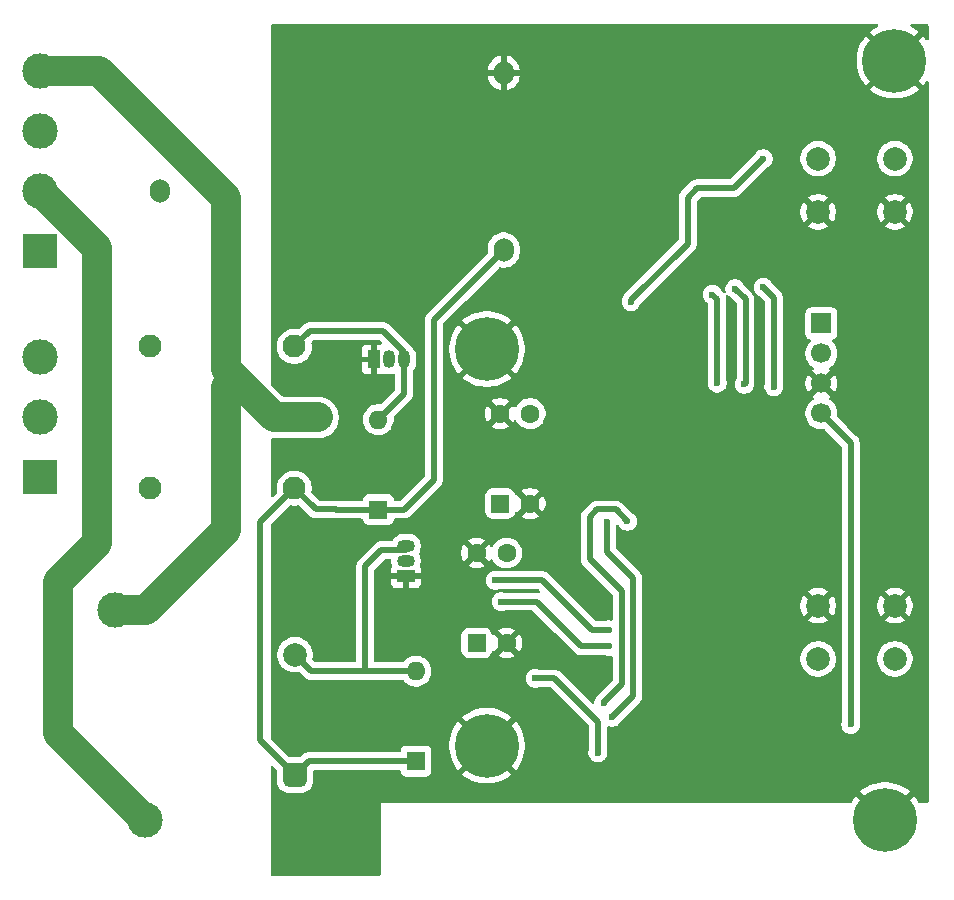
<source format=gbl>
G04 #@! TF.GenerationSoftware,KiCad,Pcbnew,9.0.1*
G04 #@! TF.CreationDate,2025-08-27T22:36:15+05:00*
G04 #@! TF.ProjectId,30A_home_automation_using_esp32,3330415f-686f-46d6-955f-6175746f6d61,rev?*
G04 #@! TF.SameCoordinates,Original*
G04 #@! TF.FileFunction,Copper,L2,Bot*
G04 #@! TF.FilePolarity,Positive*
%FSLAX46Y46*%
G04 Gerber Fmt 4.6, Leading zero omitted, Abs format (unit mm)*
G04 Created by KiCad (PCBNEW 9.0.1) date 2025-08-27 22:36:15*
%MOMM*%
%LPD*%
G01*
G04 APERTURE LIST*
G04 Aperture macros list*
%AMRoundRect*
0 Rectangle with rounded corners*
0 $1 Rounding radius*
0 $2 $3 $4 $5 $6 $7 $8 $9 X,Y pos of 4 corners*
0 Add a 4 corners polygon primitive as box body*
4,1,4,$2,$3,$4,$5,$6,$7,$8,$9,$2,$3,0*
0 Add four circle primitives for the rounded corners*
1,1,$1+$1,$2,$3*
1,1,$1+$1,$4,$5*
1,1,$1+$1,$6,$7*
1,1,$1+$1,$8,$9*
0 Add four rect primitives between the rounded corners*
20,1,$1+$1,$2,$3,$4,$5,0*
20,1,$1+$1,$4,$5,$6,$7,0*
20,1,$1+$1,$6,$7,$8,$9,0*
20,1,$1+$1,$8,$9,$2,$3,0*%
G04 Aperture macros list end*
G04 #@! TA.AperFunction,ComponentPad*
%ADD10C,0.800000*%
G04 #@! TD*
G04 #@! TA.AperFunction,ComponentPad*
%ADD11C,5.400000*%
G04 #@! TD*
G04 #@! TA.AperFunction,ComponentPad*
%ADD12R,3.000000X3.000000*%
G04 #@! TD*
G04 #@! TA.AperFunction,ComponentPad*
%ADD13C,3.000000*%
G04 #@! TD*
G04 #@! TA.AperFunction,ComponentPad*
%ADD14RoundRect,0.250000X0.550000X-0.550000X0.550000X0.550000X-0.550000X0.550000X-0.550000X-0.550000X0*%
G04 #@! TD*
G04 #@! TA.AperFunction,ComponentPad*
%ADD15C,1.600000*%
G04 #@! TD*
G04 #@! TA.AperFunction,ComponentPad*
%ADD16R,1.600000X1.600000*%
G04 #@! TD*
G04 #@! TA.AperFunction,ComponentPad*
%ADD17O,1.600000X1.600000*%
G04 #@! TD*
G04 #@! TA.AperFunction,HeatsinkPad*
%ADD18C,0.600000*%
G04 #@! TD*
G04 #@! TA.AperFunction,ComponentPad*
%ADD19C,2.000000*%
G04 #@! TD*
G04 #@! TA.AperFunction,ComponentPad*
%ADD20R,1.050000X1.500000*%
G04 #@! TD*
G04 #@! TA.AperFunction,ComponentPad*
%ADD21O,1.050000X1.500000*%
G04 #@! TD*
G04 #@! TA.AperFunction,ComponentPad*
%ADD22R,1.500000X1.050000*%
G04 #@! TD*
G04 #@! TA.AperFunction,ComponentPad*
%ADD23O,1.500000X1.050000*%
G04 #@! TD*
G04 #@! TA.AperFunction,ComponentPad*
%ADD24RoundRect,0.500000X-0.500000X-0.500000X0.500000X-0.500000X0.500000X0.500000X-0.500000X0.500000X0*%
G04 #@! TD*
G04 #@! TA.AperFunction,ComponentPad*
%ADD25R,1.700000X1.700000*%
G04 #@! TD*
G04 #@! TA.AperFunction,ComponentPad*
%ADD26C,1.700000*%
G04 #@! TD*
G04 #@! TA.AperFunction,ComponentPad*
%ADD27R,1.700000X2.000000*%
G04 #@! TD*
G04 #@! TA.AperFunction,ComponentPad*
%ADD28O,1.700000X2.000000*%
G04 #@! TD*
G04 #@! TA.AperFunction,ComponentPad*
%ADD29C,1.950000*%
G04 #@! TD*
G04 #@! TA.AperFunction,ViaPad*
%ADD30C,0.600000*%
G04 #@! TD*
G04 #@! TA.AperFunction,Conductor*
%ADD31C,0.500000*%
G04 #@! TD*
G04 #@! TA.AperFunction,Conductor*
%ADD32C,2.500000*%
G04 #@! TD*
G04 APERTURE END LIST*
D10*
X152675000Y-115100000D03*
X153268109Y-113668109D03*
X153268109Y-116531891D03*
X154700000Y-113075000D03*
D11*
X154700000Y-115100000D03*
D10*
X154700000Y-117125000D03*
X156131891Y-113668109D03*
X156131891Y-116531891D03*
X156725000Y-115100000D03*
X118975000Y-108800000D03*
X119568109Y-107368109D03*
X119568109Y-110231891D03*
X121000000Y-106775000D03*
D11*
X121000000Y-108800000D03*
D10*
X121000000Y-110825000D03*
X122431891Y-107368109D03*
X122431891Y-110231891D03*
X123025000Y-108800000D03*
D12*
X83200000Y-66920000D03*
D13*
X83200000Y-61840000D03*
X83200000Y-56760000D03*
X83200000Y-51680000D03*
D14*
X122125000Y-88300000D03*
D15*
X124665000Y-88300000D03*
X124665000Y-80680000D03*
X122125000Y-80680000D03*
D16*
X115000000Y-110110000D03*
D17*
X115000000Y-102490000D03*
D12*
X83200000Y-86080000D03*
D13*
X83200000Y-81000000D03*
X83200000Y-75920000D03*
D18*
X138250000Y-105525000D03*
X138250000Y-104000000D03*
X137487500Y-106287500D03*
X137487500Y-104762500D03*
X137487500Y-103237500D03*
X136725000Y-105525000D03*
X136725000Y-104000000D03*
X135962500Y-106287500D03*
X135962500Y-104762500D03*
X135962500Y-103237500D03*
X135200000Y-105525000D03*
X135200000Y-104000000D03*
D19*
X155550000Y-101450000D03*
X149050000Y-101450000D03*
X155550000Y-96950000D03*
X149050000Y-96950000D03*
D20*
X111430000Y-76100000D03*
D21*
X112700000Y-76100000D03*
X113970000Y-76100000D03*
D22*
X114160000Y-94440000D03*
D23*
X114160000Y-93170000D03*
X114160000Y-91900000D03*
D13*
X92090000Y-115100000D03*
X89550000Y-97300000D03*
D24*
X104750000Y-111300000D03*
D19*
X104750000Y-101100000D03*
D16*
X111800000Y-88810000D03*
D17*
X111800000Y-81190000D03*
D10*
X153475000Y-50800000D03*
X154068109Y-49368109D03*
X154068109Y-52231891D03*
X155500000Y-48775000D03*
D11*
X155500000Y-50800000D03*
D10*
X155500000Y-52825000D03*
X156931891Y-49368109D03*
X156931891Y-52231891D03*
X157525000Y-50800000D03*
D25*
X149320000Y-73050000D03*
D26*
X149320000Y-75590000D03*
X149320000Y-78130000D03*
X149320000Y-80670000D03*
D27*
X93345000Y-56837500D03*
D28*
X93345000Y-61837500D03*
X122425000Y-51837500D03*
X122425000Y-66837500D03*
D29*
X104700000Y-87000000D03*
X104700000Y-75000000D03*
X106700000Y-81000000D03*
X92500000Y-87000000D03*
X92500000Y-75000000D03*
D19*
X149050000Y-59100000D03*
X155550000Y-59100000D03*
X149050000Y-63600000D03*
X155550000Y-63600000D03*
D10*
X118975000Y-75225000D03*
X119568109Y-73793109D03*
X119568109Y-76656891D03*
X121000000Y-73200000D03*
D11*
X121000000Y-75225000D03*
D10*
X121000000Y-77250000D03*
X122431891Y-73793109D03*
X122431891Y-76656891D03*
X123025000Y-75225000D03*
D14*
X120125000Y-100100000D03*
D15*
X122665000Y-100100000D03*
X122665000Y-92480000D03*
X120125000Y-92480000D03*
D30*
X151800000Y-107000000D03*
X130900000Y-105200000D03*
X132900000Y-89800000D03*
X131200000Y-89900000D03*
X131600000Y-106400000D03*
X121700000Y-94800000D03*
X131300000Y-99000000D03*
X131300000Y-100400000D03*
X122200000Y-96600000D03*
X130400000Y-109400000D03*
X125100000Y-103100000D03*
X142000000Y-70100000D03*
X142800000Y-78200000D03*
X140500000Y-78100000D03*
X140100000Y-70600000D03*
X144400000Y-59100000D03*
X133200000Y-71200000D03*
X144400000Y-70000000D03*
X145300000Y-78400000D03*
D31*
X116500000Y-72762500D02*
X116500000Y-86300000D01*
X113990000Y-88810000D02*
X111800000Y-88810000D01*
X122425000Y-66837500D02*
X116500000Y-72762500D01*
X105940000Y-110110000D02*
X104750000Y-111300000D01*
X108200000Y-88800000D02*
X108210000Y-88810000D01*
X106500000Y-88800000D02*
X108200000Y-88800000D01*
X108210000Y-88810000D02*
X111800000Y-88810000D01*
X101800000Y-108350000D02*
X104750000Y-111300000D01*
X116500000Y-86300000D02*
X113990000Y-88810000D01*
X104700000Y-87000000D02*
X106500000Y-88800000D01*
X104700000Y-87000000D02*
X101800000Y-89900000D01*
X101800000Y-89900000D02*
X101800000Y-108350000D01*
X115000000Y-110110000D02*
X105940000Y-110110000D01*
X149320000Y-80670000D02*
X151800000Y-83150000D01*
X151800000Y-83150000D02*
X151800000Y-107000000D01*
X104700000Y-75000000D02*
X106000000Y-73700000D01*
X112200000Y-73700000D02*
X113970000Y-75470000D01*
X106000000Y-73700000D02*
X112200000Y-73700000D01*
X113970000Y-75470000D02*
X113970000Y-76100000D01*
X113970000Y-76100000D02*
X113970000Y-79020000D01*
X113970000Y-79020000D02*
X111800000Y-81190000D01*
X110700000Y-93600000D02*
X110700000Y-102390000D01*
X115000000Y-102490000D02*
X110600000Y-102490000D01*
X106140000Y-102490000D02*
X104750000Y-101100000D01*
X110700000Y-102390000D02*
X110600000Y-102490000D01*
X114160000Y-92230000D02*
X112070000Y-92230000D01*
X110600000Y-102490000D02*
X106140000Y-102490000D01*
X112070000Y-92230000D02*
X110700000Y-93600000D01*
X129700000Y-93000000D02*
X132400000Y-95700000D01*
X131900000Y-88800000D02*
X130300000Y-88800000D01*
X132400000Y-103600000D02*
X130900000Y-105100000D01*
X130300000Y-88800000D02*
X129700000Y-89400000D01*
X132900000Y-89800000D02*
X131900000Y-88800000D01*
X132400000Y-95700000D02*
X132400000Y-103600000D01*
X129700000Y-89400000D02*
X129700000Y-93000000D01*
X130900000Y-105100000D02*
X130900000Y-105200000D01*
X133400000Y-104600000D02*
X131600000Y-106400000D01*
X133400000Y-94600000D02*
X133400000Y-104600000D01*
X131200000Y-89900000D02*
X131200000Y-92400000D01*
X131200000Y-92400000D02*
X133400000Y-94600000D01*
D32*
X88000000Y-91600000D02*
X84700000Y-94900000D01*
X88000000Y-66640000D02*
X88000000Y-91600000D01*
X84700000Y-107710000D02*
X92090000Y-115100000D01*
X83200000Y-61840000D02*
X88000000Y-66640000D01*
X84700000Y-94900000D02*
X84700000Y-107710000D01*
X98900000Y-90500000D02*
X98900000Y-78400000D01*
X98900000Y-76900000D02*
X98900000Y-62392500D01*
X92100000Y-97300000D02*
X98900000Y-90500000D01*
X106700000Y-81000000D02*
X103000000Y-81000000D01*
X83200000Y-51680000D02*
X88187500Y-51680000D01*
X89550000Y-97300000D02*
X92100000Y-97300000D01*
X88187500Y-51680000D02*
X93345000Y-56837500D01*
X98900000Y-62392500D02*
X93345000Y-56837500D01*
X103000000Y-81000000D02*
X99650000Y-77650000D01*
X98900000Y-78400000D02*
X99650000Y-77650000D01*
X99650000Y-77650000D02*
X98900000Y-76900000D01*
D31*
X131300000Y-99000000D02*
X129900000Y-99000000D01*
X129900000Y-99000000D02*
X125700000Y-94800000D01*
X125700000Y-94800000D02*
X121700000Y-94800000D01*
X131300000Y-100400000D02*
X129000000Y-100400000D01*
X129000000Y-100400000D02*
X125200000Y-96600000D01*
X125200000Y-96600000D02*
X122200000Y-96600000D01*
X126700000Y-103100000D02*
X125100000Y-103100000D01*
X130400000Y-106800000D02*
X126700000Y-103100000D01*
X130400000Y-109400000D02*
X130400000Y-106800000D01*
X142900000Y-71000000D02*
X142900000Y-78100000D01*
X142000000Y-70100000D02*
X142900000Y-71000000D01*
X142900000Y-78100000D02*
X142800000Y-78200000D01*
X140100000Y-70600000D02*
X140500000Y-71000000D01*
X140500000Y-71000000D02*
X140500000Y-78100000D01*
X138000000Y-62400000D02*
X138000000Y-66300000D01*
X138000000Y-66300000D02*
X133200000Y-71100000D01*
X138800000Y-61600000D02*
X138000000Y-62400000D01*
X144400000Y-59100000D02*
X141900000Y-61600000D01*
X133200000Y-71100000D02*
X133200000Y-71200000D01*
X141900000Y-61600000D02*
X138800000Y-61600000D01*
X144400000Y-70000000D02*
X145300000Y-70900000D01*
X145300000Y-70900000D02*
X145300000Y-78400000D01*
G04 #@! TA.AperFunction,Conductor*
G36*
X154084690Y-47720185D02*
G01*
X154130445Y-47772989D01*
X154140389Y-47842147D01*
X154111364Y-47905703D01*
X154071452Y-47936220D01*
X153949666Y-47994868D01*
X153645335Y-48186092D01*
X153419634Y-48366081D01*
X154738282Y-49684729D01*
X154620534Y-49770278D01*
X154470278Y-49920534D01*
X154384729Y-50038282D01*
X153066081Y-48719634D01*
X152886092Y-48945335D01*
X152694870Y-49249663D01*
X152538927Y-49573482D01*
X152420220Y-49912729D01*
X152420219Y-49912731D01*
X152340242Y-50263136D01*
X152340240Y-50263148D01*
X152300000Y-50620287D01*
X152300000Y-50979712D01*
X152340240Y-51336851D01*
X152340242Y-51336863D01*
X152420219Y-51687268D01*
X152420220Y-51687270D01*
X152538927Y-52026517D01*
X152694870Y-52350336D01*
X152886092Y-52654664D01*
X153066081Y-52880364D01*
X154384728Y-51561717D01*
X154470278Y-51679466D01*
X154620534Y-51829722D01*
X154738281Y-51915270D01*
X153419634Y-53233916D01*
X153419634Y-53233917D01*
X153645335Y-53413907D01*
X153949663Y-53605129D01*
X154273482Y-53761072D01*
X154612729Y-53879779D01*
X154612731Y-53879780D01*
X154963136Y-53959757D01*
X154963148Y-53959759D01*
X155320287Y-53999999D01*
X155320289Y-54000000D01*
X155679711Y-54000000D01*
X155679712Y-53999999D01*
X156036851Y-53959759D01*
X156036863Y-53959757D01*
X156387268Y-53879780D01*
X156387270Y-53879779D01*
X156726517Y-53761072D01*
X157050336Y-53605129D01*
X157354664Y-53413907D01*
X157580364Y-53233916D01*
X156261718Y-51915270D01*
X156379466Y-51829722D01*
X156529722Y-51679466D01*
X156615270Y-51561718D01*
X157933916Y-52880364D01*
X158113907Y-52654664D01*
X158170506Y-52564589D01*
X158222841Y-52518298D01*
X158291894Y-52507650D01*
X158355742Y-52536025D01*
X158394115Y-52594414D01*
X158399500Y-52630561D01*
X158399500Y-113528500D01*
X158379815Y-113595539D01*
X158327011Y-113641294D01*
X158275500Y-113652500D01*
X157632567Y-113652500D01*
X157565528Y-113632815D01*
X157520846Y-113582301D01*
X157505127Y-113549659D01*
X157313907Y-113245335D01*
X157133916Y-113019634D01*
X156537372Y-113616181D01*
X156476049Y-113649666D01*
X156449691Y-113652500D01*
X156093309Y-113652500D01*
X156026270Y-113632815D01*
X155980515Y-113580011D01*
X155970571Y-113510853D01*
X155999596Y-113447297D01*
X156005628Y-113440819D01*
X156780364Y-112666081D01*
X156554664Y-112486092D01*
X156250336Y-112294870D01*
X155926517Y-112138927D01*
X155587270Y-112020220D01*
X155587268Y-112020219D01*
X155236863Y-111940242D01*
X155236851Y-111940240D01*
X154879712Y-111900000D01*
X154520287Y-111900000D01*
X154163148Y-111940240D01*
X154163136Y-111940242D01*
X153812731Y-112020219D01*
X153812729Y-112020220D01*
X153473482Y-112138927D01*
X153149663Y-112294870D01*
X152845335Y-112486092D01*
X152619634Y-112666081D01*
X153394372Y-113440819D01*
X153427857Y-113502142D01*
X153422873Y-113571834D01*
X153381001Y-113627767D01*
X153315537Y-113652184D01*
X153306691Y-113652500D01*
X152950309Y-113652500D01*
X152883270Y-113632815D01*
X152862628Y-113616181D01*
X152266081Y-113019634D01*
X152086092Y-113245335D01*
X151894872Y-113549659D01*
X151879154Y-113582301D01*
X151832331Y-113634161D01*
X151767433Y-113652500D01*
X112045000Y-113652500D01*
X112045000Y-119675500D01*
X112025315Y-119742539D01*
X111972511Y-119788294D01*
X111921000Y-119799500D01*
X102824000Y-119799500D01*
X102756961Y-119779815D01*
X102711206Y-119727011D01*
X102700000Y-119675500D01*
X102700000Y-110610730D01*
X102719685Y-110543691D01*
X102772489Y-110497936D01*
X102841647Y-110487992D01*
X102905203Y-110517017D01*
X102911681Y-110523049D01*
X103213181Y-110824549D01*
X103246666Y-110885872D01*
X103249500Y-110912230D01*
X103249500Y-111858028D01*
X103249501Y-111858034D01*
X103260113Y-111977415D01*
X103316089Y-112173045D01*
X103316090Y-112173048D01*
X103316091Y-112173049D01*
X103410302Y-112353407D01*
X103410304Y-112353409D01*
X103538890Y-112511109D01*
X103632803Y-112587684D01*
X103696593Y-112639698D01*
X103876951Y-112733909D01*
X104072582Y-112789886D01*
X104191963Y-112800500D01*
X105308036Y-112800499D01*
X105427418Y-112789886D01*
X105623049Y-112733909D01*
X105803407Y-112639698D01*
X105961109Y-112511109D01*
X106089698Y-112353407D01*
X106183909Y-112173049D01*
X106239886Y-111977418D01*
X106250500Y-111858037D01*
X106250499Y-110984499D01*
X106270183Y-110917461D01*
X106322987Y-110871706D01*
X106374499Y-110860500D01*
X113577649Y-110860500D01*
X113644688Y-110880185D01*
X113690443Y-110932989D01*
X113700939Y-110971248D01*
X113705908Y-111017483D01*
X113756202Y-111152328D01*
X113756206Y-111152335D01*
X113842452Y-111267544D01*
X113842455Y-111267547D01*
X113957664Y-111353793D01*
X113957671Y-111353797D01*
X114092517Y-111404091D01*
X114092516Y-111404091D01*
X114099444Y-111404835D01*
X114152127Y-111410500D01*
X115847872Y-111410499D01*
X115907483Y-111404091D01*
X116042331Y-111353796D01*
X116157546Y-111267546D01*
X116243796Y-111152331D01*
X116245280Y-111148350D01*
X116247600Y-111142134D01*
X116247600Y-111142133D01*
X116294091Y-111017483D01*
X116297637Y-110984500D01*
X116300500Y-110957873D01*
X116300499Y-109262128D01*
X116294091Y-109202517D01*
X116261869Y-109116126D01*
X116243797Y-109067671D01*
X116243793Y-109067664D01*
X116157547Y-108952455D01*
X116157544Y-108952452D01*
X116042335Y-108866206D01*
X116042328Y-108866202D01*
X115907482Y-108815908D01*
X115907483Y-108815908D01*
X115847883Y-108809501D01*
X115847881Y-108809500D01*
X115847873Y-108809500D01*
X115847864Y-108809500D01*
X114152129Y-108809500D01*
X114152123Y-108809501D01*
X114092516Y-108815908D01*
X113957671Y-108866202D01*
X113957664Y-108866206D01*
X113842455Y-108952452D01*
X113842452Y-108952455D01*
X113756206Y-109067664D01*
X113756202Y-109067671D01*
X113728164Y-109142847D01*
X113705909Y-109202517D01*
X113700937Y-109248757D01*
X113674201Y-109313306D01*
X113616809Y-109353154D01*
X113577649Y-109359500D01*
X105866080Y-109359500D01*
X105721092Y-109388340D01*
X105721082Y-109388343D01*
X105584511Y-109444912D01*
X105584498Y-109444919D01*
X105461584Y-109527048D01*
X105461580Y-109527051D01*
X105225451Y-109763181D01*
X105164128Y-109796666D01*
X105137770Y-109799500D01*
X104362230Y-109799500D01*
X104295191Y-109779815D01*
X104274549Y-109763181D01*
X103131655Y-108620287D01*
X117800000Y-108620287D01*
X117800000Y-108979712D01*
X117840240Y-109336851D01*
X117840242Y-109336863D01*
X117920219Y-109687268D01*
X117920220Y-109687270D01*
X118038927Y-110026517D01*
X118194870Y-110350336D01*
X118386092Y-110654664D01*
X118566081Y-110880364D01*
X119884728Y-109561717D01*
X119970278Y-109679466D01*
X120120534Y-109829722D01*
X120238281Y-109915270D01*
X118919634Y-111233916D01*
X118919634Y-111233917D01*
X119145335Y-111413907D01*
X119449663Y-111605129D01*
X119773482Y-111761072D01*
X120112729Y-111879779D01*
X120112731Y-111879780D01*
X120463136Y-111959757D01*
X120463148Y-111959759D01*
X120820287Y-111999999D01*
X120820289Y-112000000D01*
X121179711Y-112000000D01*
X121179712Y-111999999D01*
X121536851Y-111959759D01*
X121536863Y-111959757D01*
X121887268Y-111879780D01*
X121887270Y-111879779D01*
X122226517Y-111761072D01*
X122550336Y-111605129D01*
X122854664Y-111413907D01*
X123080364Y-111233916D01*
X121761718Y-109915270D01*
X121879466Y-109829722D01*
X122029722Y-109679466D01*
X122115270Y-109561718D01*
X123433916Y-110880364D01*
X123613907Y-110654664D01*
X123805129Y-110350336D01*
X123961072Y-110026517D01*
X124079779Y-109687270D01*
X124079780Y-109687268D01*
X124159757Y-109336863D01*
X124159759Y-109336851D01*
X124199999Y-108979712D01*
X124200000Y-108979710D01*
X124200000Y-108620289D01*
X124199999Y-108620287D01*
X124159759Y-108263148D01*
X124159757Y-108263136D01*
X124079780Y-107912731D01*
X124079779Y-107912729D01*
X123961072Y-107573482D01*
X123805129Y-107249663D01*
X123613907Y-106945335D01*
X123433916Y-106719634D01*
X122115270Y-108038281D01*
X122029722Y-107920534D01*
X121879466Y-107770278D01*
X121761716Y-107684728D01*
X123080364Y-106366081D01*
X122854664Y-106186092D01*
X122550336Y-105994870D01*
X122226517Y-105838927D01*
X121887270Y-105720220D01*
X121887268Y-105720219D01*
X121536863Y-105640242D01*
X121536851Y-105640240D01*
X121179712Y-105600000D01*
X120820287Y-105600000D01*
X120463148Y-105640240D01*
X120463136Y-105640242D01*
X120112731Y-105720219D01*
X120112729Y-105720220D01*
X119773482Y-105838927D01*
X119449663Y-105994870D01*
X119145335Y-106186092D01*
X118919634Y-106366081D01*
X120238282Y-107684729D01*
X120120534Y-107770278D01*
X119970278Y-107920534D01*
X119884729Y-108038282D01*
X118566081Y-106719634D01*
X118386092Y-106945335D01*
X118194870Y-107249663D01*
X118038927Y-107573482D01*
X117920220Y-107912729D01*
X117920219Y-107912731D01*
X117840242Y-108263136D01*
X117840240Y-108263148D01*
X117800000Y-108620287D01*
X103131655Y-108620287D01*
X102736319Y-108224951D01*
X102702834Y-108163628D01*
X102700000Y-108137270D01*
X102700000Y-100981902D01*
X103249500Y-100981902D01*
X103249500Y-101218097D01*
X103286446Y-101451368D01*
X103359433Y-101675996D01*
X103423314Y-101801368D01*
X103466657Y-101886433D01*
X103605483Y-102077510D01*
X103772490Y-102244517D01*
X103963567Y-102383343D01*
X104050250Y-102427510D01*
X104174003Y-102490566D01*
X104174005Y-102490566D01*
X104174008Y-102490568D01*
X104255505Y-102517048D01*
X104398631Y-102563553D01*
X104631903Y-102600500D01*
X104631908Y-102600500D01*
X104868096Y-102600500D01*
X104963592Y-102585374D01*
X105082834Y-102566488D01*
X105152126Y-102575442D01*
X105189912Y-102601280D01*
X105661584Y-103072952D01*
X105690548Y-103092305D01*
X105719508Y-103111655D01*
X105719510Y-103111656D01*
X105719513Y-103111658D01*
X105784505Y-103155084D01*
X105784506Y-103155084D01*
X105784507Y-103155085D01*
X105921082Y-103211656D01*
X105921087Y-103211658D01*
X105921091Y-103211658D01*
X105921092Y-103211659D01*
X106066079Y-103240500D01*
X106066082Y-103240500D01*
X106066083Y-103240500D01*
X106213918Y-103240500D01*
X110526082Y-103240500D01*
X110526083Y-103240500D01*
X110673917Y-103240500D01*
X113874582Y-103240500D01*
X113941621Y-103260185D01*
X113974900Y-103291615D01*
X114008028Y-103337212D01*
X114008032Y-103337217D01*
X114152786Y-103481971D01*
X114307749Y-103594556D01*
X114318390Y-103602287D01*
X114434607Y-103661503D01*
X114500776Y-103695218D01*
X114500778Y-103695218D01*
X114500781Y-103695220D01*
X114582543Y-103721786D01*
X114695465Y-103758477D01*
X114796557Y-103774488D01*
X114897648Y-103790500D01*
X114897649Y-103790500D01*
X115102351Y-103790500D01*
X115102352Y-103790500D01*
X115304534Y-103758477D01*
X115499219Y-103695220D01*
X115681610Y-103602287D01*
X115774590Y-103534732D01*
X115847213Y-103481971D01*
X115847215Y-103481968D01*
X115847219Y-103481966D01*
X115991966Y-103337219D01*
X115991968Y-103337215D01*
X115991971Y-103337213D01*
X116064220Y-103237769D01*
X116112287Y-103171610D01*
X116205220Y-102989219D01*
X116268477Y-102794534D01*
X116300500Y-102592352D01*
X116300500Y-102387648D01*
X116291411Y-102330261D01*
X116268477Y-102185465D01*
X116205218Y-101990776D01*
X116152052Y-101886433D01*
X116112287Y-101808390D01*
X116062236Y-101739500D01*
X115991971Y-101642786D01*
X115847213Y-101498028D01*
X115681613Y-101377715D01*
X115681612Y-101377714D01*
X115681610Y-101377713D01*
X115624653Y-101348691D01*
X115499223Y-101284781D01*
X115304534Y-101221522D01*
X115129995Y-101193878D01*
X115102352Y-101189500D01*
X114897648Y-101189500D01*
X114873329Y-101193351D01*
X114695465Y-101221522D01*
X114500776Y-101284781D01*
X114318386Y-101377715D01*
X114152786Y-101498028D01*
X114008032Y-101642782D01*
X114008028Y-101642787D01*
X113974900Y-101688385D01*
X113919571Y-101731051D01*
X113874582Y-101739500D01*
X111574500Y-101739500D01*
X111507461Y-101719815D01*
X111461706Y-101667011D01*
X111450500Y-101615500D01*
X111450500Y-99499983D01*
X118824500Y-99499983D01*
X118824500Y-100700001D01*
X118824501Y-100700018D01*
X118835000Y-100802796D01*
X118835001Y-100802799D01*
X118890185Y-100969331D01*
X118890187Y-100969336D01*
X118898585Y-100982951D01*
X118982288Y-101118656D01*
X119106344Y-101242712D01*
X119255666Y-101334814D01*
X119422203Y-101389999D01*
X119524991Y-101400500D01*
X120725008Y-101400499D01*
X120827797Y-101389999D01*
X120994334Y-101334814D01*
X121143656Y-101242712D01*
X121267712Y-101118656D01*
X121359814Y-100969334D01*
X121389698Y-100879149D01*
X121393225Y-100871858D01*
X121411458Y-100851732D01*
X121426919Y-100829401D01*
X121434572Y-100826219D01*
X121440136Y-100820078D01*
X121466356Y-100813004D01*
X121491435Y-100802578D01*
X121499592Y-100804038D01*
X121507594Y-100801880D01*
X121533478Y-100810106D01*
X121560211Y-100814893D01*
X121567222Y-100820830D01*
X121574182Y-100823042D01*
X121575943Y-100825168D01*
X121585524Y-100825922D01*
X122265000Y-100146446D01*
X122265000Y-100152661D01*
X122292259Y-100254394D01*
X122344920Y-100345606D01*
X122419394Y-100420080D01*
X122510606Y-100472741D01*
X122612339Y-100500000D01*
X122618553Y-100500000D01*
X121939076Y-101179474D01*
X121983650Y-101211859D01*
X122165968Y-101304755D01*
X122360582Y-101367990D01*
X122562683Y-101400000D01*
X122767317Y-101400000D01*
X122969417Y-101367990D01*
X123164031Y-101304755D01*
X123346349Y-101211859D01*
X123390921Y-101179474D01*
X122711447Y-100500000D01*
X122717661Y-100500000D01*
X122819394Y-100472741D01*
X122910606Y-100420080D01*
X122985080Y-100345606D01*
X123037741Y-100254394D01*
X123065000Y-100152661D01*
X123065000Y-100146447D01*
X123744474Y-100825921D01*
X123776859Y-100781349D01*
X123869755Y-100599031D01*
X123932990Y-100404417D01*
X123965000Y-100202317D01*
X123965000Y-99997682D01*
X123932990Y-99795582D01*
X123869755Y-99600968D01*
X123776859Y-99418650D01*
X123744474Y-99374077D01*
X123744474Y-99374076D01*
X123065000Y-100053551D01*
X123065000Y-100047339D01*
X123037741Y-99945606D01*
X122985080Y-99854394D01*
X122910606Y-99779920D01*
X122819394Y-99727259D01*
X122717661Y-99700000D01*
X122711446Y-99700000D01*
X123390922Y-99020524D01*
X123390921Y-99020523D01*
X123346359Y-98988147D01*
X123346350Y-98988141D01*
X123164031Y-98895244D01*
X122969417Y-98832009D01*
X122767317Y-98800000D01*
X122562683Y-98800000D01*
X122360582Y-98832009D01*
X122165968Y-98895244D01*
X121983644Y-98988143D01*
X121939077Y-99020523D01*
X121939077Y-99020524D01*
X122618554Y-99700000D01*
X122612339Y-99700000D01*
X122510606Y-99727259D01*
X122419394Y-99779920D01*
X122344920Y-99854394D01*
X122292259Y-99945606D01*
X122265000Y-100047339D01*
X122265000Y-100053553D01*
X121585524Y-99374077D01*
X121568345Y-99375429D01*
X121549840Y-99389699D01*
X121545786Y-99390047D01*
X121542410Y-99392324D01*
X121511261Y-99393012D01*
X121480227Y-99395678D01*
X121476626Y-99393778D01*
X121472557Y-99393868D01*
X121445985Y-99377610D01*
X121418432Y-99363072D01*
X121415434Y-99358918D01*
X121412958Y-99357403D01*
X121407124Y-99347402D01*
X121393225Y-99328140D01*
X121389696Y-99320844D01*
X121359814Y-99230666D01*
X121267712Y-99081344D01*
X121143656Y-98957288D01*
X120994334Y-98865186D01*
X120827797Y-98810001D01*
X120827795Y-98810000D01*
X120725010Y-98799500D01*
X119524998Y-98799500D01*
X119524981Y-98799501D01*
X119422203Y-98810000D01*
X119422200Y-98810001D01*
X119255668Y-98865185D01*
X119255663Y-98865187D01*
X119106342Y-98957289D01*
X118982289Y-99081342D01*
X118890187Y-99230663D01*
X118890186Y-99230666D01*
X118835001Y-99397203D01*
X118835001Y-99397204D01*
X118835000Y-99397204D01*
X118824500Y-99499983D01*
X111450500Y-99499983D01*
X111450500Y-93962229D01*
X111470185Y-93895190D01*
X111486819Y-93874548D01*
X112344548Y-93016819D01*
X112405871Y-92983334D01*
X112432229Y-92980500D01*
X112785500Y-92980500D01*
X112852539Y-93000185D01*
X112898294Y-93052989D01*
X112909500Y-93104500D01*
X112909500Y-93271007D01*
X112948907Y-93469119D01*
X112948910Y-93469131D01*
X112982547Y-93550338D01*
X112990016Y-93619807D01*
X112970405Y-93664864D01*
X112970895Y-93665132D01*
X112967910Y-93670596D01*
X112967260Y-93672092D01*
X112966646Y-93672911D01*
X112966645Y-93672913D01*
X112916403Y-93807620D01*
X112916401Y-93807627D01*
X112910000Y-93867155D01*
X112910000Y-94190000D01*
X113794134Y-94190000D01*
X113818326Y-94192383D01*
X113821123Y-94192939D01*
X113833995Y-94195499D01*
X113833996Y-94195500D01*
X113833997Y-94195500D01*
X113874170Y-94195500D01*
X113859925Y-94209745D01*
X113810556Y-94295255D01*
X113785000Y-94390630D01*
X113785000Y-94489370D01*
X113810556Y-94584745D01*
X113859925Y-94670255D01*
X113879670Y-94690000D01*
X112910000Y-94690000D01*
X112910000Y-95012844D01*
X112916401Y-95072372D01*
X112916403Y-95072379D01*
X112966645Y-95207086D01*
X112966649Y-95207093D01*
X113052809Y-95322187D01*
X113052812Y-95322190D01*
X113167906Y-95408350D01*
X113167913Y-95408354D01*
X113302620Y-95458596D01*
X113302627Y-95458598D01*
X113362155Y-95464999D01*
X113362172Y-95465000D01*
X113910000Y-95465000D01*
X113910000Y-94720330D01*
X113929745Y-94740075D01*
X114015255Y-94789444D01*
X114110630Y-94815000D01*
X114209370Y-94815000D01*
X114304745Y-94789444D01*
X114390255Y-94740075D01*
X114410000Y-94720330D01*
X114410000Y-95465000D01*
X114957828Y-95465000D01*
X114957844Y-95464999D01*
X115017372Y-95458598D01*
X115017379Y-95458596D01*
X115152086Y-95408354D01*
X115152093Y-95408350D01*
X115267187Y-95322190D01*
X115267190Y-95322187D01*
X115353350Y-95207093D01*
X115353354Y-95207086D01*
X115403596Y-95072379D01*
X115403598Y-95072372D01*
X115409999Y-95012844D01*
X115410000Y-95012827D01*
X115410000Y-94721153D01*
X120899500Y-94721153D01*
X120899500Y-94878846D01*
X120930261Y-95033489D01*
X120930264Y-95033501D01*
X120990602Y-95179172D01*
X120990609Y-95179185D01*
X121078210Y-95310288D01*
X121078213Y-95310292D01*
X121189707Y-95421786D01*
X121189711Y-95421789D01*
X121320814Y-95509390D01*
X121320827Y-95509397D01*
X121420060Y-95550500D01*
X121466503Y-95569737D01*
X121621153Y-95600499D01*
X121621156Y-95600500D01*
X121621158Y-95600500D01*
X121778844Y-95600500D01*
X121778845Y-95600499D01*
X121855152Y-95585320D01*
X121933488Y-95569739D01*
X121933489Y-95569738D01*
X121933497Y-95569737D01*
X121957155Y-95559937D01*
X122004604Y-95550500D01*
X125337770Y-95550500D01*
X125404809Y-95570185D01*
X125425451Y-95586819D01*
X125501937Y-95663305D01*
X125535422Y-95724628D01*
X125530438Y-95794320D01*
X125488566Y-95850253D01*
X125423102Y-95874670D01*
X125390064Y-95872603D01*
X125273920Y-95849500D01*
X125273918Y-95849500D01*
X122504604Y-95849500D01*
X122457155Y-95840062D01*
X122433497Y-95830263D01*
X122433493Y-95830262D01*
X122433488Y-95830260D01*
X122278845Y-95799500D01*
X122278842Y-95799500D01*
X122121158Y-95799500D01*
X122121155Y-95799500D01*
X121966510Y-95830261D01*
X121966498Y-95830264D01*
X121820827Y-95890602D01*
X121820814Y-95890609D01*
X121689711Y-95978210D01*
X121689707Y-95978213D01*
X121578213Y-96089707D01*
X121578210Y-96089711D01*
X121490609Y-96220814D01*
X121490602Y-96220827D01*
X121430264Y-96366498D01*
X121430261Y-96366510D01*
X121399500Y-96521153D01*
X121399500Y-96678846D01*
X121430261Y-96833489D01*
X121430264Y-96833501D01*
X121490602Y-96979172D01*
X121490609Y-96979185D01*
X121578210Y-97110288D01*
X121578213Y-97110292D01*
X121689707Y-97221786D01*
X121689711Y-97221789D01*
X121820814Y-97309390D01*
X121820827Y-97309397D01*
X121920060Y-97350500D01*
X121966503Y-97369737D01*
X122121153Y-97400499D01*
X122121156Y-97400500D01*
X122121158Y-97400500D01*
X122278844Y-97400500D01*
X122278845Y-97400499D01*
X122355152Y-97385320D01*
X122433488Y-97369739D01*
X122433489Y-97369738D01*
X122433497Y-97369737D01*
X122457155Y-97359937D01*
X122504604Y-97350500D01*
X124837770Y-97350500D01*
X124904809Y-97370185D01*
X124925451Y-97386819D01*
X126769296Y-99230663D01*
X128417049Y-100878416D01*
X128521584Y-100982951D01*
X128521587Y-100982953D01*
X128521588Y-100982954D01*
X128644503Y-101065083D01*
X128644506Y-101065085D01*
X128694665Y-101085861D01*
X128701080Y-101088518D01*
X128781088Y-101121659D01*
X128897241Y-101144763D01*
X128920380Y-101149365D01*
X128926081Y-101150500D01*
X128926082Y-101150500D01*
X128926083Y-101150500D01*
X129073918Y-101150500D01*
X130995396Y-101150500D01*
X131042844Y-101159937D01*
X131066503Y-101169737D01*
X131066508Y-101169738D01*
X131066511Y-101169739D01*
X131221153Y-101200499D01*
X131221156Y-101200500D01*
X131221158Y-101200500D01*
X131378844Y-101200500D01*
X131501308Y-101176140D01*
X131570900Y-101182367D01*
X131626077Y-101225230D01*
X131649322Y-101291120D01*
X131649500Y-101297757D01*
X131649500Y-103237769D01*
X131629815Y-103304808D01*
X131613181Y-103325450D01*
X130317052Y-104621578D01*
X130317046Y-104621585D01*
X130271527Y-104689710D01*
X130271528Y-104689711D01*
X130234913Y-104744509D01*
X130228687Y-104759540D01*
X130217231Y-104780972D01*
X130190611Y-104820812D01*
X130190602Y-104820828D01*
X130130264Y-104966498D01*
X130130261Y-104966510D01*
X130099500Y-105121153D01*
X130099500Y-105138770D01*
X130079815Y-105205809D01*
X130027011Y-105251564D01*
X129957853Y-105261508D01*
X129894297Y-105232483D01*
X129887819Y-105226451D01*
X127178421Y-102517052D01*
X127178418Y-102517049D01*
X127098900Y-102463918D01*
X127055495Y-102434916D01*
X127055492Y-102434914D01*
X127055491Y-102434914D01*
X126918917Y-102378343D01*
X126918907Y-102378340D01*
X126773920Y-102349500D01*
X126773918Y-102349500D01*
X125404604Y-102349500D01*
X125357155Y-102340062D01*
X125333497Y-102330263D01*
X125333493Y-102330262D01*
X125333488Y-102330260D01*
X125178845Y-102299500D01*
X125178842Y-102299500D01*
X125021158Y-102299500D01*
X125021155Y-102299500D01*
X124866510Y-102330261D01*
X124866498Y-102330264D01*
X124720827Y-102390602D01*
X124720814Y-102390609D01*
X124589711Y-102478210D01*
X124589707Y-102478213D01*
X124478213Y-102589707D01*
X124478210Y-102589711D01*
X124390609Y-102720814D01*
X124390602Y-102720827D01*
X124330264Y-102866498D01*
X124330261Y-102866510D01*
X124299500Y-103021153D01*
X124299500Y-103178846D01*
X124330261Y-103333489D01*
X124330264Y-103333501D01*
X124390602Y-103479172D01*
X124390609Y-103479185D01*
X124478210Y-103610288D01*
X124478213Y-103610292D01*
X124589707Y-103721786D01*
X124589711Y-103721789D01*
X124720814Y-103809390D01*
X124720827Y-103809397D01*
X124820060Y-103850500D01*
X124866503Y-103869737D01*
X125021153Y-103900499D01*
X125021156Y-103900500D01*
X125021158Y-103900500D01*
X125178844Y-103900500D01*
X125178845Y-103900499D01*
X125255152Y-103885320D01*
X125333488Y-103869739D01*
X125333489Y-103869738D01*
X125333497Y-103869737D01*
X125357155Y-103859937D01*
X125404604Y-103850500D01*
X126337770Y-103850500D01*
X126404809Y-103870185D01*
X126425451Y-103886819D01*
X129613181Y-107074548D01*
X129646666Y-107135871D01*
X129649500Y-107162229D01*
X129649500Y-109095396D01*
X129640062Y-109142844D01*
X129635627Y-109153553D01*
X129630262Y-109166506D01*
X129630260Y-109166511D01*
X129599500Y-109321153D01*
X129599500Y-109478846D01*
X129630261Y-109633489D01*
X129630264Y-109633501D01*
X129690602Y-109779172D01*
X129690609Y-109779185D01*
X129778210Y-109910288D01*
X129778213Y-109910292D01*
X129889707Y-110021786D01*
X129889711Y-110021789D01*
X130020814Y-110109390D01*
X130020827Y-110109397D01*
X130118853Y-110150000D01*
X130166503Y-110169737D01*
X130321153Y-110200499D01*
X130321156Y-110200500D01*
X130321158Y-110200500D01*
X130478844Y-110200500D01*
X130478845Y-110200499D01*
X130633497Y-110169737D01*
X130779179Y-110109394D01*
X130910289Y-110021789D01*
X131021789Y-109910289D01*
X131109394Y-109779179D01*
X131169737Y-109633497D01*
X131200500Y-109478842D01*
X131200500Y-109321158D01*
X131200500Y-109321155D01*
X131200499Y-109321153D01*
X131169739Y-109166511D01*
X131169738Y-109166508D01*
X131169737Y-109166503D01*
X131159937Y-109142844D01*
X131150500Y-109095396D01*
X131150500Y-107265844D01*
X131170185Y-107198805D01*
X131222989Y-107153050D01*
X131292147Y-107143106D01*
X131321944Y-107151280D01*
X131366503Y-107169737D01*
X131512637Y-107198805D01*
X131521153Y-107200499D01*
X131521156Y-107200500D01*
X131521158Y-107200500D01*
X131678844Y-107200500D01*
X131678845Y-107200499D01*
X131833497Y-107169737D01*
X131979179Y-107109394D01*
X132110289Y-107021789D01*
X132221789Y-106910289D01*
X132309394Y-106779179D01*
X132319191Y-106755524D01*
X132346069Y-106715297D01*
X133982951Y-105078416D01*
X134065084Y-104955495D01*
X134121658Y-104818913D01*
X134150500Y-104673918D01*
X134150500Y-104526083D01*
X134150500Y-101331902D01*
X147549500Y-101331902D01*
X147549500Y-101568097D01*
X147586446Y-101801368D01*
X147659433Y-102025996D01*
X147740688Y-102185466D01*
X147766657Y-102236433D01*
X147905483Y-102427510D01*
X148072490Y-102594517D01*
X148263567Y-102733343D01*
X148362991Y-102784002D01*
X148474003Y-102840566D01*
X148474005Y-102840566D01*
X148474008Y-102840568D01*
X148553849Y-102866510D01*
X148698631Y-102913553D01*
X148931903Y-102950500D01*
X148931908Y-102950500D01*
X149168097Y-102950500D01*
X149401368Y-102913553D01*
X149625992Y-102840568D01*
X149836433Y-102733343D01*
X150027510Y-102594517D01*
X150194517Y-102427510D01*
X150333343Y-102236433D01*
X150440568Y-102025992D01*
X150513553Y-101801368D01*
X150526470Y-101719815D01*
X150550500Y-101568097D01*
X150550500Y-101331902D01*
X150513553Y-101098631D01*
X150440566Y-100874003D01*
X150376685Y-100748631D01*
X150333343Y-100663567D01*
X150194517Y-100472490D01*
X150027510Y-100305483D01*
X149836433Y-100166657D01*
X149625996Y-100059433D01*
X149401368Y-99986446D01*
X149168097Y-99949500D01*
X149168092Y-99949500D01*
X148931908Y-99949500D01*
X148931903Y-99949500D01*
X148698631Y-99986446D01*
X148474003Y-100059433D01*
X148263566Y-100166657D01*
X148214485Y-100202317D01*
X148072490Y-100305483D01*
X148072488Y-100305485D01*
X148072487Y-100305485D01*
X147905485Y-100472487D01*
X147905485Y-100472488D01*
X147905483Y-100472490D01*
X147868053Y-100524008D01*
X147766657Y-100663566D01*
X147659433Y-100874003D01*
X147586446Y-101098631D01*
X147549500Y-101331902D01*
X134150500Y-101331902D01*
X134150500Y-96831947D01*
X147550000Y-96831947D01*
X147550000Y-97068052D01*
X147586934Y-97301247D01*
X147659897Y-97525802D01*
X147767087Y-97736174D01*
X147827338Y-97819104D01*
X147827340Y-97819105D01*
X148526212Y-97120233D01*
X148537482Y-97162292D01*
X148609890Y-97287708D01*
X148712292Y-97390110D01*
X148837708Y-97462518D01*
X148879765Y-97473787D01*
X148180893Y-98172658D01*
X148263828Y-98232914D01*
X148474197Y-98340102D01*
X148698752Y-98413065D01*
X148698751Y-98413065D01*
X148931948Y-98450000D01*
X149168052Y-98450000D01*
X149401247Y-98413065D01*
X149625802Y-98340102D01*
X149836163Y-98232918D01*
X149836169Y-98232914D01*
X149919104Y-98172658D01*
X149919105Y-98172658D01*
X149220233Y-97473787D01*
X149262292Y-97462518D01*
X149387708Y-97390110D01*
X149490110Y-97287708D01*
X149562518Y-97162292D01*
X149573787Y-97120234D01*
X150272658Y-97819105D01*
X150272658Y-97819104D01*
X150332914Y-97736169D01*
X150332918Y-97736163D01*
X150440102Y-97525802D01*
X150513065Y-97301247D01*
X150550000Y-97068052D01*
X150550000Y-96831947D01*
X150513065Y-96598752D01*
X150440102Y-96374197D01*
X150332914Y-96163828D01*
X150272658Y-96080894D01*
X150272658Y-96080893D01*
X149573787Y-96779765D01*
X149562518Y-96737708D01*
X149490110Y-96612292D01*
X149387708Y-96509890D01*
X149262292Y-96437482D01*
X149220234Y-96426212D01*
X149919105Y-95727340D01*
X149919104Y-95727338D01*
X149836174Y-95667087D01*
X149625802Y-95559897D01*
X149401247Y-95486934D01*
X149401248Y-95486934D01*
X149168052Y-95450000D01*
X148931948Y-95450000D01*
X148698752Y-95486934D01*
X148474197Y-95559897D01*
X148263830Y-95667084D01*
X148180894Y-95727340D01*
X148879766Y-96426212D01*
X148837708Y-96437482D01*
X148712292Y-96509890D01*
X148609890Y-96612292D01*
X148537482Y-96737708D01*
X148526212Y-96779766D01*
X147827340Y-96080894D01*
X147767084Y-96163830D01*
X147659897Y-96374197D01*
X147586934Y-96598752D01*
X147550000Y-96831947D01*
X134150500Y-96831947D01*
X134150500Y-94526082D01*
X134150500Y-94526079D01*
X134121659Y-94381092D01*
X134121658Y-94381091D01*
X134121658Y-94381087D01*
X134065084Y-94244505D01*
X134001604Y-94149500D01*
X133991858Y-94134913D01*
X133982954Y-94121586D01*
X131986819Y-92125451D01*
X131953334Y-92064128D01*
X131950500Y-92037770D01*
X131950500Y-90222901D01*
X131970185Y-90155862D01*
X132022989Y-90110107D01*
X132092147Y-90100163D01*
X132155703Y-90129188D01*
X132189061Y-90175449D01*
X132190605Y-90179178D01*
X132190607Y-90179181D01*
X132278207Y-90310284D01*
X132278213Y-90310292D01*
X132389707Y-90421786D01*
X132389711Y-90421789D01*
X132520814Y-90509390D01*
X132520827Y-90509397D01*
X132666498Y-90569735D01*
X132666503Y-90569737D01*
X132821153Y-90600499D01*
X132821156Y-90600500D01*
X132821158Y-90600500D01*
X132978844Y-90600500D01*
X132978845Y-90600499D01*
X133133497Y-90569737D01*
X133279179Y-90509394D01*
X133410289Y-90421789D01*
X133521789Y-90310289D01*
X133609394Y-90179179D01*
X133669737Y-90033497D01*
X133700500Y-89878842D01*
X133700500Y-89721158D01*
X133700500Y-89721155D01*
X133700499Y-89721153D01*
X133699769Y-89717483D01*
X133669737Y-89566503D01*
X133669735Y-89566498D01*
X133609397Y-89420827D01*
X133609390Y-89420814D01*
X133521789Y-89289711D01*
X133521786Y-89289707D01*
X133410292Y-89178213D01*
X133410284Y-89178207D01*
X133279181Y-89090607D01*
X133279179Y-89090606D01*
X133255521Y-89080806D01*
X133215295Y-89053927D01*
X132378421Y-88217052D01*
X132378414Y-88217046D01*
X132278818Y-88150499D01*
X132278817Y-88150499D01*
X132255495Y-88134916D01*
X132255488Y-88134912D01*
X132118917Y-88078343D01*
X132118907Y-88078340D01*
X131973920Y-88049500D01*
X131973918Y-88049500D01*
X130226082Y-88049500D01*
X130226080Y-88049500D01*
X130081092Y-88078340D01*
X130081082Y-88078343D01*
X129944511Y-88134912D01*
X129944498Y-88134919D01*
X129830178Y-88211307D01*
X129830176Y-88211308D01*
X129821586Y-88217046D01*
X129821582Y-88217050D01*
X129117050Y-88921580D01*
X129117044Y-88921588D01*
X129067812Y-88995268D01*
X129067813Y-88995269D01*
X129034921Y-89044496D01*
X129034914Y-89044508D01*
X128978342Y-89181086D01*
X128978340Y-89181092D01*
X128949500Y-89326079D01*
X128949500Y-89326082D01*
X128949500Y-93073918D01*
X128949500Y-93073920D01*
X128949499Y-93073920D01*
X128978340Y-93218907D01*
X128978343Y-93218917D01*
X129034913Y-93355490D01*
X129034914Y-93355491D01*
X129034916Y-93355495D01*
X129051624Y-93380500D01*
X129112738Y-93471966D01*
X129117051Y-93478420D01*
X129117052Y-93478421D01*
X131613181Y-95974548D01*
X131646666Y-96035871D01*
X131649500Y-96062229D01*
X131649500Y-98102242D01*
X131629815Y-98169281D01*
X131577011Y-98215036D01*
X131507853Y-98224980D01*
X131501309Y-98223859D01*
X131378846Y-98199500D01*
X131378842Y-98199500D01*
X131221158Y-98199500D01*
X131221155Y-98199500D01*
X131066511Y-98230260D01*
X131066506Y-98230262D01*
X131066504Y-98230262D01*
X131066503Y-98230263D01*
X131042844Y-98240062D01*
X130995396Y-98249500D01*
X130262230Y-98249500D01*
X130195191Y-98229815D01*
X130174549Y-98213181D01*
X126178421Y-94217052D01*
X126178414Y-94217046D01*
X126104729Y-94167812D01*
X126104729Y-94167813D01*
X126055491Y-94134913D01*
X125918917Y-94078343D01*
X125918907Y-94078340D01*
X125773920Y-94049500D01*
X125773918Y-94049500D01*
X122004604Y-94049500D01*
X121957155Y-94040062D01*
X121933497Y-94030263D01*
X121933493Y-94030262D01*
X121933488Y-94030260D01*
X121778845Y-93999500D01*
X121778842Y-93999500D01*
X121621158Y-93999500D01*
X121621155Y-93999500D01*
X121466510Y-94030261D01*
X121466498Y-94030264D01*
X121320827Y-94090602D01*
X121320814Y-94090609D01*
X121189711Y-94178210D01*
X121189707Y-94178213D01*
X121078213Y-94289707D01*
X121078210Y-94289711D01*
X120990609Y-94420814D01*
X120990602Y-94420827D01*
X120930264Y-94566498D01*
X120930261Y-94566510D01*
X120899500Y-94721153D01*
X115410000Y-94721153D01*
X115410000Y-94690000D01*
X114440330Y-94690000D01*
X114460075Y-94670255D01*
X114509444Y-94584745D01*
X114535000Y-94489370D01*
X114535000Y-94390630D01*
X114509444Y-94295255D01*
X114460075Y-94209745D01*
X114445830Y-94195500D01*
X114486004Y-94195500D01*
X114486004Y-94195499D01*
X114499473Y-94192820D01*
X114501674Y-94192383D01*
X114525866Y-94190000D01*
X115410000Y-94190000D01*
X115410000Y-93867172D01*
X115409999Y-93867155D01*
X115403598Y-93807627D01*
X115403596Y-93807620D01*
X115353354Y-93672913D01*
X115353353Y-93672911D01*
X115352745Y-93672099D01*
X115352390Y-93671148D01*
X115349103Y-93665128D01*
X115349968Y-93664655D01*
X115348806Y-93661539D01*
X115341128Y-93653292D01*
X115336816Y-93629389D01*
X115328329Y-93606634D01*
X115330402Y-93593837D01*
X115328724Y-93584533D01*
X115337450Y-93550342D01*
X115371091Y-93469127D01*
X115410500Y-93271003D01*
X115410500Y-93068997D01*
X115371091Y-92870873D01*
X115293786Y-92684244D01*
X115240094Y-92603889D01*
X115235604Y-92589548D01*
X115226689Y-92577449D01*
X115225375Y-92556881D01*
X115219217Y-92537214D01*
X115223120Y-92521586D01*
X115222235Y-92507722D01*
X115232638Y-92483483D01*
X115234820Y-92474748D01*
X115237280Y-92470321D01*
X115293786Y-92385756D01*
X115297130Y-92377682D01*
X118825000Y-92377682D01*
X118825000Y-92582317D01*
X118857009Y-92784417D01*
X118920244Y-92979031D01*
X119013141Y-93161350D01*
X119013147Y-93161359D01*
X119045523Y-93205921D01*
X119045524Y-93205922D01*
X119725000Y-92526446D01*
X119725000Y-92532661D01*
X119752259Y-92634394D01*
X119804920Y-92725606D01*
X119879394Y-92800080D01*
X119970606Y-92852741D01*
X120072339Y-92880000D01*
X120078553Y-92880000D01*
X119399076Y-93559474D01*
X119443650Y-93591859D01*
X119625968Y-93684755D01*
X119820582Y-93747990D01*
X120022683Y-93780000D01*
X120227317Y-93780000D01*
X120429417Y-93747990D01*
X120624031Y-93684755D01*
X120806349Y-93591859D01*
X120850921Y-93559474D01*
X120171447Y-92880000D01*
X120177661Y-92880000D01*
X120279394Y-92852741D01*
X120370606Y-92800080D01*
X120445080Y-92725606D01*
X120497741Y-92634394D01*
X120525000Y-92532661D01*
X120525000Y-92526447D01*
X121204474Y-93205921D01*
X121236861Y-93161347D01*
X121236861Y-93161346D01*
X121284234Y-93068371D01*
X121332208Y-93017575D01*
X121400028Y-93000779D01*
X121466164Y-93023316D01*
X121505203Y-93068369D01*
X121552713Y-93161611D01*
X121673028Y-93327213D01*
X121817786Y-93471971D01*
X121938226Y-93559474D01*
X121983390Y-93592287D01*
X122056207Y-93629389D01*
X122165776Y-93685218D01*
X122165778Y-93685218D01*
X122165781Y-93685220D01*
X122270137Y-93719127D01*
X122360465Y-93748477D01*
X122461557Y-93764488D01*
X122562648Y-93780500D01*
X122562649Y-93780500D01*
X122767351Y-93780500D01*
X122767352Y-93780500D01*
X122969534Y-93748477D01*
X123164219Y-93685220D01*
X123346610Y-93592287D01*
X123439590Y-93524732D01*
X123512213Y-93471971D01*
X123512215Y-93471968D01*
X123512219Y-93471966D01*
X123656966Y-93327219D01*
X123656968Y-93327215D01*
X123656971Y-93327213D01*
X123735654Y-93218913D01*
X123777287Y-93161610D01*
X123870220Y-92979219D01*
X123933477Y-92784534D01*
X123965500Y-92582352D01*
X123965500Y-92377648D01*
X123956178Y-92318790D01*
X123933477Y-92175465D01*
X123876791Y-92001004D01*
X123870220Y-91980781D01*
X123870218Y-91980778D01*
X123870218Y-91980776D01*
X123824794Y-91891628D01*
X123777287Y-91798390D01*
X123745092Y-91754077D01*
X123656971Y-91632786D01*
X123512213Y-91488028D01*
X123346613Y-91367715D01*
X123346612Y-91367714D01*
X123346610Y-91367713D01*
X123289653Y-91338691D01*
X123164223Y-91274781D01*
X122969534Y-91211522D01*
X122794995Y-91183878D01*
X122767352Y-91179500D01*
X122562648Y-91179500D01*
X122538329Y-91183351D01*
X122360465Y-91211522D01*
X122165776Y-91274781D01*
X121983386Y-91367715D01*
X121817786Y-91488028D01*
X121673028Y-91632786D01*
X121552713Y-91798388D01*
X121505203Y-91891630D01*
X121457228Y-91942426D01*
X121389407Y-91959220D01*
X121323272Y-91936682D01*
X121284234Y-91891628D01*
X121236861Y-91798652D01*
X121204474Y-91754077D01*
X121204474Y-91754076D01*
X120525000Y-92433551D01*
X120525000Y-92427339D01*
X120497741Y-92325606D01*
X120445080Y-92234394D01*
X120370606Y-92159920D01*
X120279394Y-92107259D01*
X120177661Y-92080000D01*
X120171446Y-92080000D01*
X120850922Y-91400524D01*
X120850921Y-91400523D01*
X120806359Y-91368147D01*
X120806350Y-91368141D01*
X120624031Y-91275244D01*
X120429417Y-91212009D01*
X120227317Y-91180000D01*
X120022683Y-91180000D01*
X119820582Y-91212009D01*
X119625968Y-91275244D01*
X119443644Y-91368143D01*
X119399077Y-91400523D01*
X119399077Y-91400524D01*
X120078554Y-92080000D01*
X120072339Y-92080000D01*
X119970606Y-92107259D01*
X119879394Y-92159920D01*
X119804920Y-92234394D01*
X119752259Y-92325606D01*
X119725000Y-92427339D01*
X119725000Y-92433553D01*
X119045524Y-91754077D01*
X119045523Y-91754077D01*
X119013143Y-91798644D01*
X118920244Y-91980968D01*
X118857009Y-92175582D01*
X118825000Y-92377682D01*
X115297130Y-92377682D01*
X115371091Y-92199127D01*
X115410500Y-92001003D01*
X115410500Y-91798997D01*
X115371091Y-91600873D01*
X115293786Y-91414244D01*
X115293785Y-91414243D01*
X115293782Y-91414237D01*
X115181558Y-91246281D01*
X115038718Y-91103441D01*
X114870762Y-90991217D01*
X114870752Y-90991212D01*
X114684127Y-90913909D01*
X114684119Y-90913907D01*
X114486007Y-90874500D01*
X114486003Y-90874500D01*
X113833997Y-90874500D01*
X113833992Y-90874500D01*
X113635880Y-90913907D01*
X113635872Y-90913909D01*
X113449247Y-90991212D01*
X113449237Y-90991217D01*
X113281281Y-91103441D01*
X113138444Y-91246278D01*
X113138438Y-91246286D01*
X113022829Y-91419309D01*
X113021790Y-91418615D01*
X112977404Y-91463799D01*
X112917011Y-91479500D01*
X111996076Y-91479500D01*
X111967242Y-91485234D01*
X111967243Y-91485235D01*
X111851093Y-91508339D01*
X111851083Y-91508342D01*
X111771081Y-91541479D01*
X111771082Y-91541480D01*
X111771080Y-91541481D01*
X111714505Y-91564916D01*
X111660693Y-91600872D01*
X111640887Y-91614106D01*
X111591582Y-91647049D01*
X110117048Y-93121583D01*
X110097647Y-93150619D01*
X110078375Y-93179464D01*
X110034919Y-93244499D01*
X110034912Y-93244511D01*
X109978343Y-93381082D01*
X109978340Y-93381092D01*
X109949500Y-93526079D01*
X109949500Y-101615500D01*
X109929815Y-101682539D01*
X109877011Y-101728294D01*
X109825500Y-101739500D01*
X106502230Y-101739500D01*
X106472789Y-101730855D01*
X106442803Y-101724332D01*
X106437787Y-101720577D01*
X106435191Y-101719815D01*
X106414549Y-101703181D01*
X106251280Y-101539912D01*
X106217795Y-101478589D01*
X106216488Y-101432836D01*
X106236774Y-101304755D01*
X106250500Y-101218096D01*
X106250500Y-100981902D01*
X106213553Y-100748631D01*
X106179689Y-100644412D01*
X106140568Y-100524008D01*
X106140566Y-100524005D01*
X106140566Y-100524003D01*
X106079633Y-100404417D01*
X106033343Y-100313567D01*
X105894517Y-100122490D01*
X105727510Y-99955483D01*
X105536433Y-99816657D01*
X105464333Y-99779920D01*
X105325996Y-99709433D01*
X105101368Y-99636446D01*
X104868097Y-99599500D01*
X104868092Y-99599500D01*
X104631908Y-99599500D01*
X104631903Y-99599500D01*
X104398631Y-99636446D01*
X104174003Y-99709433D01*
X103963566Y-99816657D01*
X103854550Y-99895862D01*
X103772490Y-99955483D01*
X103772488Y-99955485D01*
X103772487Y-99955485D01*
X103605485Y-100122487D01*
X103605485Y-100122488D01*
X103605483Y-100122490D01*
X103573394Y-100166657D01*
X103466657Y-100313566D01*
X103359433Y-100524003D01*
X103286446Y-100748631D01*
X103249500Y-100981902D01*
X102700000Y-100981902D01*
X102700000Y-90112728D01*
X102719685Y-90045689D01*
X102736312Y-90025055D01*
X104281938Y-88479427D01*
X104343259Y-88445944D01*
X104389011Y-88444637D01*
X104482805Y-88459492D01*
X104583871Y-88475500D01*
X104583876Y-88475500D01*
X104816129Y-88475500D01*
X105010984Y-88444638D01*
X105080278Y-88453593D01*
X105118063Y-88479430D01*
X106021580Y-89382948D01*
X106021584Y-89382951D01*
X106144498Y-89465080D01*
X106144511Y-89465087D01*
X106240279Y-89504755D01*
X106281087Y-89521658D01*
X106281091Y-89521658D01*
X106281092Y-89521659D01*
X106426079Y-89550500D01*
X106426082Y-89550500D01*
X106573917Y-89550500D01*
X108073597Y-89550500D01*
X108097790Y-89552883D01*
X108136081Y-89560500D01*
X108136082Y-89560500D01*
X110377649Y-89560500D01*
X110444688Y-89580185D01*
X110490443Y-89632989D01*
X110500939Y-89671248D01*
X110505908Y-89717483D01*
X110556202Y-89852328D01*
X110556206Y-89852335D01*
X110642452Y-89967544D01*
X110642455Y-89967547D01*
X110757664Y-90053793D01*
X110757671Y-90053797D01*
X110892517Y-90104091D01*
X110892516Y-90104091D01*
X110899444Y-90104835D01*
X110952127Y-90110500D01*
X112647872Y-90110499D01*
X112707483Y-90104091D01*
X112842331Y-90053796D01*
X112957546Y-89967546D01*
X113043796Y-89852331D01*
X113094091Y-89717483D01*
X113099062Y-89671242D01*
X113125799Y-89606694D01*
X113183191Y-89566846D01*
X113222351Y-89560500D01*
X114063920Y-89560500D01*
X114161462Y-89541096D01*
X114208913Y-89531658D01*
X114345495Y-89475084D01*
X114426706Y-89420821D01*
X114468416Y-89392952D01*
X116161385Y-87699983D01*
X120824500Y-87699983D01*
X120824500Y-88900001D01*
X120824501Y-88900018D01*
X120835000Y-89002796D01*
X120835001Y-89002799D01*
X120890185Y-89169331D01*
X120890187Y-89169336D01*
X120897435Y-89181087D01*
X120982288Y-89318656D01*
X121106344Y-89442712D01*
X121255666Y-89534814D01*
X121422203Y-89589999D01*
X121524991Y-89600500D01*
X122725008Y-89600499D01*
X122827797Y-89589999D01*
X122994334Y-89534814D01*
X123143656Y-89442712D01*
X123267712Y-89318656D01*
X123359814Y-89169334D01*
X123389698Y-89079149D01*
X123393225Y-89071858D01*
X123411458Y-89051732D01*
X123426919Y-89029401D01*
X123434572Y-89026219D01*
X123440136Y-89020078D01*
X123466356Y-89013004D01*
X123491435Y-89002578D01*
X123499592Y-89004038D01*
X123507594Y-89001880D01*
X123533478Y-89010106D01*
X123560211Y-89014893D01*
X123567222Y-89020830D01*
X123574182Y-89023042D01*
X123575943Y-89025168D01*
X123585524Y-89025922D01*
X124265000Y-88346446D01*
X124265000Y-88352661D01*
X124292259Y-88454394D01*
X124344920Y-88545606D01*
X124419394Y-88620080D01*
X124510606Y-88672741D01*
X124612339Y-88700000D01*
X124618553Y-88700000D01*
X123939076Y-89379474D01*
X123983650Y-89411859D01*
X124165968Y-89504755D01*
X124360582Y-89567990D01*
X124562683Y-89600000D01*
X124767317Y-89600000D01*
X124969417Y-89567990D01*
X125164031Y-89504755D01*
X125346349Y-89411859D01*
X125390921Y-89379474D01*
X124711447Y-88700000D01*
X124717661Y-88700000D01*
X124819394Y-88672741D01*
X124910606Y-88620080D01*
X124985080Y-88545606D01*
X125037741Y-88454394D01*
X125065000Y-88352661D01*
X125065000Y-88346448D01*
X125744474Y-89025922D01*
X125744474Y-89025921D01*
X125776859Y-88981349D01*
X125869755Y-88799031D01*
X125932990Y-88604417D01*
X125965000Y-88402317D01*
X125965000Y-88197682D01*
X125932990Y-87995582D01*
X125869755Y-87800968D01*
X125776859Y-87618650D01*
X125744474Y-87574077D01*
X125744474Y-87574076D01*
X125065000Y-88253551D01*
X125065000Y-88247339D01*
X125037741Y-88145606D01*
X124985080Y-88054394D01*
X124910606Y-87979920D01*
X124819394Y-87927259D01*
X124717661Y-87900000D01*
X124711446Y-87900000D01*
X125390922Y-87220524D01*
X125390921Y-87220523D01*
X125346359Y-87188147D01*
X125346350Y-87188141D01*
X125164031Y-87095244D01*
X124969417Y-87032009D01*
X124767317Y-87000000D01*
X124562683Y-87000000D01*
X124360582Y-87032009D01*
X124165968Y-87095244D01*
X123983644Y-87188143D01*
X123939077Y-87220523D01*
X123939077Y-87220524D01*
X124618554Y-87900000D01*
X124612339Y-87900000D01*
X124510606Y-87927259D01*
X124419394Y-87979920D01*
X124344920Y-88054394D01*
X124292259Y-88145606D01*
X124265000Y-88247339D01*
X124265000Y-88253553D01*
X123585524Y-87574077D01*
X123568345Y-87575429D01*
X123549840Y-87589699D01*
X123545786Y-87590047D01*
X123542410Y-87592324D01*
X123511261Y-87593012D01*
X123480227Y-87595678D01*
X123476626Y-87593778D01*
X123472557Y-87593868D01*
X123445985Y-87577610D01*
X123418432Y-87563072D01*
X123415434Y-87558918D01*
X123412958Y-87557403D01*
X123407124Y-87547402D01*
X123393225Y-87528140D01*
X123389696Y-87520844D01*
X123359814Y-87430666D01*
X123267712Y-87281344D01*
X123143656Y-87157288D01*
X122994334Y-87065186D01*
X122827797Y-87010001D01*
X122827795Y-87010000D01*
X122725010Y-86999500D01*
X121524998Y-86999500D01*
X121524981Y-86999501D01*
X121422203Y-87010000D01*
X121422200Y-87010001D01*
X121255668Y-87065185D01*
X121255663Y-87065187D01*
X121106342Y-87157289D01*
X120982289Y-87281342D01*
X120890187Y-87430663D01*
X120890186Y-87430666D01*
X120835001Y-87597203D01*
X120835001Y-87597204D01*
X120835000Y-87597204D01*
X120824500Y-87699983D01*
X116161385Y-87699983D01*
X117082952Y-86778416D01*
X117132186Y-86704729D01*
X117165084Y-86655495D01*
X117221658Y-86518913D01*
X117231096Y-86471462D01*
X117250500Y-86373920D01*
X117250500Y-80577682D01*
X120825000Y-80577682D01*
X120825000Y-80782317D01*
X120857009Y-80984417D01*
X120920244Y-81179031D01*
X121013141Y-81361350D01*
X121013147Y-81361359D01*
X121045523Y-81405921D01*
X121045524Y-81405922D01*
X121725000Y-80726446D01*
X121725000Y-80732661D01*
X121752259Y-80834394D01*
X121804920Y-80925606D01*
X121879394Y-81000080D01*
X121970606Y-81052741D01*
X122072339Y-81080000D01*
X122078553Y-81080000D01*
X121399076Y-81759474D01*
X121443650Y-81791859D01*
X121625968Y-81884755D01*
X121820582Y-81947990D01*
X122022683Y-81980000D01*
X122227317Y-81980000D01*
X122429417Y-81947990D01*
X122624031Y-81884755D01*
X122806349Y-81791859D01*
X122850921Y-81759474D01*
X122171447Y-81080000D01*
X122177661Y-81080000D01*
X122279394Y-81052741D01*
X122370606Y-81000080D01*
X122445080Y-80925606D01*
X122497741Y-80834394D01*
X122525000Y-80732661D01*
X122525000Y-80726447D01*
X123204474Y-81405921D01*
X123236861Y-81361347D01*
X123236861Y-81361346D01*
X123284234Y-81268371D01*
X123332208Y-81217575D01*
X123400028Y-81200779D01*
X123466164Y-81223316D01*
X123505203Y-81268369D01*
X123552713Y-81361611D01*
X123673028Y-81527213D01*
X123817786Y-81671971D01*
X123960821Y-81775890D01*
X123983390Y-81792287D01*
X124099607Y-81851503D01*
X124165776Y-81885218D01*
X124165778Y-81885218D01*
X124165781Y-81885220D01*
X124270137Y-81919127D01*
X124360465Y-81948477D01*
X124461557Y-81964488D01*
X124562648Y-81980500D01*
X124562649Y-81980500D01*
X124767351Y-81980500D01*
X124767352Y-81980500D01*
X124969534Y-81948477D01*
X125164219Y-81885220D01*
X125346610Y-81792287D01*
X125439590Y-81724732D01*
X125512213Y-81671971D01*
X125512215Y-81671968D01*
X125512219Y-81671966D01*
X125656966Y-81527219D01*
X125656968Y-81527215D01*
X125656971Y-81527213D01*
X125709732Y-81454590D01*
X125777287Y-81361610D01*
X125870220Y-81179219D01*
X125933477Y-80984534D01*
X125965500Y-80782352D01*
X125965500Y-80577648D01*
X125933477Y-80375466D01*
X125870220Y-80180781D01*
X125870218Y-80180778D01*
X125870218Y-80180776D01*
X125817704Y-80077713D01*
X125777287Y-79998390D01*
X125750982Y-79962184D01*
X125656971Y-79832786D01*
X125512213Y-79688028D01*
X125346613Y-79567715D01*
X125346612Y-79567714D01*
X125346610Y-79567713D01*
X125289653Y-79538691D01*
X125164223Y-79474781D01*
X124969534Y-79411522D01*
X124794995Y-79383878D01*
X124767352Y-79379500D01*
X124562648Y-79379500D01*
X124538329Y-79383351D01*
X124360465Y-79411522D01*
X124165776Y-79474781D01*
X123983386Y-79567715D01*
X123817786Y-79688028D01*
X123673028Y-79832786D01*
X123552713Y-79998388D01*
X123505203Y-80091630D01*
X123457228Y-80142426D01*
X123389407Y-80159220D01*
X123323272Y-80136682D01*
X123284234Y-80091628D01*
X123236861Y-79998652D01*
X123204474Y-79954077D01*
X123204474Y-79954076D01*
X122525000Y-80633551D01*
X122525000Y-80627339D01*
X122497741Y-80525606D01*
X122445080Y-80434394D01*
X122370606Y-80359920D01*
X122279394Y-80307259D01*
X122177661Y-80280000D01*
X122171446Y-80280000D01*
X122850922Y-79600524D01*
X122850921Y-79600523D01*
X122806359Y-79568147D01*
X122806350Y-79568141D01*
X122624031Y-79475244D01*
X122429417Y-79412009D01*
X122227317Y-79380000D01*
X122022683Y-79380000D01*
X121820582Y-79412009D01*
X121625968Y-79475244D01*
X121443644Y-79568143D01*
X121399077Y-79600523D01*
X121399077Y-79600524D01*
X122078554Y-80280000D01*
X122072339Y-80280000D01*
X121970606Y-80307259D01*
X121879394Y-80359920D01*
X121804920Y-80434394D01*
X121752259Y-80525606D01*
X121725000Y-80627339D01*
X121725000Y-80633553D01*
X121045524Y-79954077D01*
X121045523Y-79954077D01*
X121013143Y-79998644D01*
X120920244Y-80180968D01*
X120857009Y-80375582D01*
X120825000Y-80577682D01*
X117250500Y-80577682D01*
X117250500Y-75045287D01*
X117800000Y-75045287D01*
X117800000Y-75404712D01*
X117840240Y-75761851D01*
X117840242Y-75761863D01*
X117920219Y-76112268D01*
X117920220Y-76112270D01*
X118038927Y-76451517D01*
X118194870Y-76775336D01*
X118386092Y-77079664D01*
X118566081Y-77305364D01*
X119884728Y-75986717D01*
X119970278Y-76104466D01*
X120120534Y-76254722D01*
X120238281Y-76340270D01*
X118919634Y-77658916D01*
X118919634Y-77658917D01*
X119145335Y-77838907D01*
X119449663Y-78030129D01*
X119773482Y-78186072D01*
X120112729Y-78304779D01*
X120112731Y-78304780D01*
X120463136Y-78384757D01*
X120463148Y-78384759D01*
X120820287Y-78424999D01*
X120820289Y-78425000D01*
X121179711Y-78425000D01*
X121179712Y-78424999D01*
X121536851Y-78384759D01*
X121536863Y-78384757D01*
X121887268Y-78304780D01*
X121887270Y-78304779D01*
X122226517Y-78186072D01*
X122550336Y-78030129D01*
X122854664Y-77838907D01*
X123080364Y-77658916D01*
X121761718Y-76340270D01*
X121879466Y-76254722D01*
X122029722Y-76104466D01*
X122115270Y-75986718D01*
X123433916Y-77305364D01*
X123613907Y-77079664D01*
X123805129Y-76775336D01*
X123961072Y-76451517D01*
X124079779Y-76112270D01*
X124079780Y-76112268D01*
X124159757Y-75761863D01*
X124159759Y-75761851D01*
X124199999Y-75404712D01*
X124200000Y-75404710D01*
X124200000Y-75045289D01*
X124199999Y-75045287D01*
X124159759Y-74688148D01*
X124159757Y-74688136D01*
X124079780Y-74337731D01*
X124079779Y-74337729D01*
X123961072Y-73998482D01*
X123805129Y-73674663D01*
X123613907Y-73370335D01*
X123433916Y-73144634D01*
X122115270Y-74463281D01*
X122029722Y-74345534D01*
X121879466Y-74195278D01*
X121761716Y-74109728D01*
X123080364Y-72791081D01*
X122854664Y-72611092D01*
X122550336Y-72419870D01*
X122226517Y-72263927D01*
X121887270Y-72145220D01*
X121887268Y-72145219D01*
X121536863Y-72065242D01*
X121536851Y-72065240D01*
X121179712Y-72025000D01*
X120820287Y-72025000D01*
X120463148Y-72065240D01*
X120463136Y-72065242D01*
X120112731Y-72145219D01*
X120112729Y-72145220D01*
X119773482Y-72263927D01*
X119449663Y-72419870D01*
X119145335Y-72611092D01*
X118919634Y-72791081D01*
X120238282Y-74109729D01*
X120120534Y-74195278D01*
X119970278Y-74345534D01*
X119884729Y-74463282D01*
X118566081Y-73144634D01*
X118386092Y-73370335D01*
X118194870Y-73674663D01*
X118038927Y-73998482D01*
X117920220Y-74337729D01*
X117920219Y-74337731D01*
X117840242Y-74688136D01*
X117840240Y-74688148D01*
X117800000Y-75045287D01*
X117250500Y-75045287D01*
X117250500Y-73124728D01*
X117270185Y-73057689D01*
X117286814Y-73037052D01*
X119202713Y-71121153D01*
X132399500Y-71121153D01*
X132399500Y-71278846D01*
X132430261Y-71433489D01*
X132430264Y-71433501D01*
X132490602Y-71579172D01*
X132490609Y-71579185D01*
X132578210Y-71710288D01*
X132578213Y-71710292D01*
X132689707Y-71821786D01*
X132689711Y-71821789D01*
X132820814Y-71909390D01*
X132820827Y-71909397D01*
X132966498Y-71969735D01*
X132966503Y-71969737D01*
X133121153Y-72000499D01*
X133121156Y-72000500D01*
X133121158Y-72000500D01*
X133278844Y-72000500D01*
X133278845Y-72000499D01*
X133433497Y-71969737D01*
X133579179Y-71909394D01*
X133710289Y-71821789D01*
X133821789Y-71710289D01*
X133909394Y-71579179D01*
X133969737Y-71433497D01*
X133972793Y-71418128D01*
X134005176Y-71356218D01*
X134006674Y-71354692D01*
X134840213Y-70521153D01*
X139299500Y-70521153D01*
X139299500Y-70678846D01*
X139330261Y-70833489D01*
X139330264Y-70833501D01*
X139390602Y-70979172D01*
X139390609Y-70979185D01*
X139478210Y-71110288D01*
X139478213Y-71110292D01*
X139589710Y-71221789D01*
X139694391Y-71291734D01*
X139739196Y-71345346D01*
X139749500Y-71394836D01*
X139749500Y-77795396D01*
X139740062Y-77842844D01*
X139730263Y-77866503D01*
X139730262Y-77866506D01*
X139730260Y-77866511D01*
X139699500Y-78021153D01*
X139699500Y-78178846D01*
X139730261Y-78333489D01*
X139730264Y-78333501D01*
X139790602Y-78479172D01*
X139790609Y-78479185D01*
X139878210Y-78610288D01*
X139878213Y-78610292D01*
X139989707Y-78721786D01*
X139989711Y-78721789D01*
X140120814Y-78809390D01*
X140120827Y-78809397D01*
X140266498Y-78869735D01*
X140266503Y-78869737D01*
X140421153Y-78900499D01*
X140421156Y-78900500D01*
X140421158Y-78900500D01*
X140578844Y-78900500D01*
X140578845Y-78900499D01*
X140733497Y-78869737D01*
X140879179Y-78809394D01*
X141010289Y-78721789D01*
X141121789Y-78610289D01*
X141209394Y-78479179D01*
X141269737Y-78333497D01*
X141300500Y-78178842D01*
X141300500Y-78021158D01*
X141300500Y-78021155D01*
X141300499Y-78021153D01*
X141269739Y-77866511D01*
X141269738Y-77866508D01*
X141269737Y-77866503D01*
X141259937Y-77842844D01*
X141250500Y-77795396D01*
X141250500Y-70926079D01*
X141220470Y-70775113D01*
X141222730Y-70774663D01*
X141222191Y-70715066D01*
X141259431Y-70655948D01*
X141322721Y-70626348D01*
X141391967Y-70635664D01*
X141429161Y-70661240D01*
X141489710Y-70721789D01*
X141546209Y-70759540D01*
X141620821Y-70809394D01*
X141620826Y-70809396D01*
X141620828Y-70809397D01*
X141644473Y-70819191D01*
X141684705Y-70846072D01*
X142113181Y-71274548D01*
X142146666Y-71335871D01*
X142149500Y-71362229D01*
X142149500Y-77695064D01*
X142129815Y-77762103D01*
X142128603Y-77763954D01*
X142090608Y-77820817D01*
X142090602Y-77820828D01*
X142030264Y-77966498D01*
X142030261Y-77966510D01*
X141999500Y-78121153D01*
X141999500Y-78278846D01*
X142030261Y-78433489D01*
X142030264Y-78433501D01*
X142090602Y-78579172D01*
X142090609Y-78579185D01*
X142178210Y-78710288D01*
X142178213Y-78710292D01*
X142289707Y-78821786D01*
X142289711Y-78821789D01*
X142420814Y-78909390D01*
X142420827Y-78909397D01*
X142566498Y-78969735D01*
X142566503Y-78969737D01*
X142721153Y-79000499D01*
X142721156Y-79000500D01*
X142721158Y-79000500D01*
X142878844Y-79000500D01*
X142878845Y-79000499D01*
X143033497Y-78969737D01*
X143179179Y-78909394D01*
X143310289Y-78821789D01*
X143421789Y-78710289D01*
X143509394Y-78579179D01*
X143548682Y-78484327D01*
X143560137Y-78462897D01*
X143565084Y-78455495D01*
X143621658Y-78318913D01*
X143638102Y-78236246D01*
X143650500Y-78173920D01*
X143650500Y-70926079D01*
X143621659Y-70781092D01*
X143621658Y-70781091D01*
X143621658Y-70781087D01*
X143621610Y-70780972D01*
X143565087Y-70644511D01*
X143565080Y-70644498D01*
X143482952Y-70521585D01*
X143438207Y-70476840D01*
X143378416Y-70417049D01*
X142882520Y-69921153D01*
X143599500Y-69921153D01*
X143599500Y-70078846D01*
X143630261Y-70233489D01*
X143630264Y-70233501D01*
X143690602Y-70379172D01*
X143690609Y-70379185D01*
X143778210Y-70510288D01*
X143778213Y-70510292D01*
X143889710Y-70621789D01*
X143975097Y-70678842D01*
X144020821Y-70709394D01*
X144020826Y-70709396D01*
X144020828Y-70709397D01*
X144044473Y-70719191D01*
X144084705Y-70746072D01*
X144513181Y-71174548D01*
X144546666Y-71235871D01*
X144549500Y-71262229D01*
X144549500Y-78095396D01*
X144540062Y-78142844D01*
X144530263Y-78166503D01*
X144530262Y-78166506D01*
X144530260Y-78166511D01*
X144499500Y-78321153D01*
X144499500Y-78478846D01*
X144530261Y-78633489D01*
X144530264Y-78633501D01*
X144590602Y-78779172D01*
X144590609Y-78779185D01*
X144678210Y-78910288D01*
X144678213Y-78910292D01*
X144789707Y-79021786D01*
X144789711Y-79021789D01*
X144920814Y-79109390D01*
X144920827Y-79109397D01*
X145066498Y-79169735D01*
X145066503Y-79169737D01*
X145221153Y-79200499D01*
X145221156Y-79200500D01*
X145221158Y-79200500D01*
X145378844Y-79200500D01*
X145378845Y-79200499D01*
X145533497Y-79169737D01*
X145679179Y-79109394D01*
X145810289Y-79021789D01*
X145921789Y-78910289D01*
X146009394Y-78779179D01*
X146069737Y-78633497D01*
X146100500Y-78478842D01*
X146100500Y-78321158D01*
X146100500Y-78321155D01*
X146100499Y-78321153D01*
X146069739Y-78166511D01*
X146069738Y-78166508D01*
X146069737Y-78166503D01*
X146059937Y-78142844D01*
X146058311Y-78134670D01*
X146055523Y-78130331D01*
X146050500Y-78095396D01*
X146050500Y-72152135D01*
X147969500Y-72152135D01*
X147969500Y-73947870D01*
X147969501Y-73947876D01*
X147975908Y-74007483D01*
X148026202Y-74142328D01*
X148026206Y-74142335D01*
X148112452Y-74257544D01*
X148112455Y-74257547D01*
X148227664Y-74343793D01*
X148227671Y-74343797D01*
X148359082Y-74392810D01*
X148415016Y-74434681D01*
X148439433Y-74500145D01*
X148424582Y-74568418D01*
X148403431Y-74596673D01*
X148289889Y-74710215D01*
X148164951Y-74882179D01*
X148068444Y-75071585D01*
X148002753Y-75273760D01*
X147969500Y-75483713D01*
X147969500Y-75696287D01*
X148002754Y-75906243D01*
X148049668Y-76050630D01*
X148068444Y-76108414D01*
X148164951Y-76297820D01*
X148289890Y-76469786D01*
X148440213Y-76620109D01*
X148612179Y-76745048D01*
X148612181Y-76745049D01*
X148612184Y-76745051D01*
X148621493Y-76749794D01*
X148672290Y-76797766D01*
X148689087Y-76865587D01*
X148666552Y-76931722D01*
X148621505Y-76970760D01*
X148612446Y-76975376D01*
X148612440Y-76975380D01*
X148558282Y-77014727D01*
X148558282Y-77014728D01*
X149190591Y-77647037D01*
X149127007Y-77664075D01*
X149012993Y-77729901D01*
X148919901Y-77822993D01*
X148854075Y-77937007D01*
X148837037Y-78000591D01*
X148204728Y-77368282D01*
X148204727Y-77368282D01*
X148165380Y-77422439D01*
X148068904Y-77611782D01*
X148003242Y-77813869D01*
X148003242Y-77813872D01*
X147970000Y-78023753D01*
X147970000Y-78236246D01*
X148003242Y-78446127D01*
X148003242Y-78446130D01*
X148068904Y-78648217D01*
X148165375Y-78837550D01*
X148204728Y-78891716D01*
X148837037Y-78259408D01*
X148854075Y-78322993D01*
X148919901Y-78437007D01*
X149012993Y-78530099D01*
X149127007Y-78595925D01*
X149190590Y-78612962D01*
X148558282Y-79245269D01*
X148558282Y-79245270D01*
X148612452Y-79284626D01*
X148612451Y-79284626D01*
X148621495Y-79289234D01*
X148672292Y-79337208D01*
X148689087Y-79405029D01*
X148666550Y-79471164D01*
X148621499Y-79510202D01*
X148612182Y-79514949D01*
X148440213Y-79639890D01*
X148289890Y-79790213D01*
X148164951Y-79962179D01*
X148068444Y-80151585D01*
X148002753Y-80353760D01*
X147999297Y-80375582D01*
X147969500Y-80563713D01*
X147969500Y-80776287D01*
X147970461Y-80782352D01*
X148002464Y-80984417D01*
X148002754Y-80986243D01*
X148065457Y-81179223D01*
X148068444Y-81188414D01*
X148164951Y-81377820D01*
X148289890Y-81549786D01*
X148440213Y-81700109D01*
X148612179Y-81825048D01*
X148612181Y-81825049D01*
X148612184Y-81825051D01*
X148801588Y-81921557D01*
X149003757Y-81987246D01*
X149213713Y-82020500D01*
X149213714Y-82020500D01*
X149426286Y-82020500D01*
X149426287Y-82020500D01*
X149521728Y-82005383D01*
X149591021Y-82014337D01*
X149628807Y-82040175D01*
X151013181Y-83424548D01*
X151046666Y-83485871D01*
X151049500Y-83512229D01*
X151049500Y-106695396D01*
X151040062Y-106742844D01*
X151030263Y-106766503D01*
X151030262Y-106766506D01*
X151030260Y-106766511D01*
X150999500Y-106921153D01*
X150999500Y-107078846D01*
X151030261Y-107233489D01*
X151030264Y-107233501D01*
X151090602Y-107379172D01*
X151090609Y-107379185D01*
X151178210Y-107510288D01*
X151178213Y-107510292D01*
X151289707Y-107621786D01*
X151289711Y-107621789D01*
X151420814Y-107709390D01*
X151420827Y-107709397D01*
X151560011Y-107767048D01*
X151566503Y-107769737D01*
X151721153Y-107800499D01*
X151721156Y-107800500D01*
X151721158Y-107800500D01*
X151878844Y-107800500D01*
X151878845Y-107800499D01*
X152033497Y-107769737D01*
X152179179Y-107709394D01*
X152310289Y-107621789D01*
X152421789Y-107510289D01*
X152509394Y-107379179D01*
X152569737Y-107233497D01*
X152600500Y-107078842D01*
X152600500Y-106921158D01*
X152600500Y-106921155D01*
X152600499Y-106921153D01*
X152569739Y-106766511D01*
X152569738Y-106766508D01*
X152569737Y-106766503D01*
X152559937Y-106742844D01*
X152550500Y-106695396D01*
X152550500Y-101331902D01*
X154049500Y-101331902D01*
X154049500Y-101568097D01*
X154086446Y-101801368D01*
X154159433Y-102025996D01*
X154240688Y-102185466D01*
X154266657Y-102236433D01*
X154405483Y-102427510D01*
X154572490Y-102594517D01*
X154763567Y-102733343D01*
X154862991Y-102784002D01*
X154974003Y-102840566D01*
X154974005Y-102840566D01*
X154974008Y-102840568D01*
X155053849Y-102866510D01*
X155198631Y-102913553D01*
X155431903Y-102950500D01*
X155431908Y-102950500D01*
X155668097Y-102950500D01*
X155901368Y-102913553D01*
X156125992Y-102840568D01*
X156336433Y-102733343D01*
X156527510Y-102594517D01*
X156694517Y-102427510D01*
X156833343Y-102236433D01*
X156940568Y-102025992D01*
X157013553Y-101801368D01*
X157026470Y-101719815D01*
X157050500Y-101568097D01*
X157050500Y-101331902D01*
X157013553Y-101098631D01*
X156940566Y-100874003D01*
X156876685Y-100748631D01*
X156833343Y-100663567D01*
X156694517Y-100472490D01*
X156527510Y-100305483D01*
X156336433Y-100166657D01*
X156125996Y-100059433D01*
X155901368Y-99986446D01*
X155668097Y-99949500D01*
X155668092Y-99949500D01*
X155431908Y-99949500D01*
X155431903Y-99949500D01*
X155198631Y-99986446D01*
X154974003Y-100059433D01*
X154763566Y-100166657D01*
X154714485Y-100202317D01*
X154572490Y-100305483D01*
X154572488Y-100305485D01*
X154572487Y-100305485D01*
X154405485Y-100472487D01*
X154405485Y-100472488D01*
X154405483Y-100472490D01*
X154368053Y-100524008D01*
X154266657Y-100663566D01*
X154159433Y-100874003D01*
X154086446Y-101098631D01*
X154049500Y-101331902D01*
X152550500Y-101331902D01*
X152550500Y-96831947D01*
X154050000Y-96831947D01*
X154050000Y-97068052D01*
X154086934Y-97301247D01*
X154159897Y-97525802D01*
X154267087Y-97736174D01*
X154327338Y-97819104D01*
X154327340Y-97819105D01*
X155026212Y-97120233D01*
X155037482Y-97162292D01*
X155109890Y-97287708D01*
X155212292Y-97390110D01*
X155337708Y-97462518D01*
X155379765Y-97473787D01*
X154680893Y-98172658D01*
X154763828Y-98232914D01*
X154974197Y-98340102D01*
X155198752Y-98413065D01*
X155198751Y-98413065D01*
X155431948Y-98450000D01*
X155668052Y-98450000D01*
X155901247Y-98413065D01*
X156125802Y-98340102D01*
X156336163Y-98232918D01*
X156336169Y-98232914D01*
X156419104Y-98172658D01*
X156419105Y-98172658D01*
X155720233Y-97473787D01*
X155762292Y-97462518D01*
X155887708Y-97390110D01*
X155990110Y-97287708D01*
X156062518Y-97162292D01*
X156073787Y-97120234D01*
X156772658Y-97819105D01*
X156772658Y-97819104D01*
X156832914Y-97736169D01*
X156832918Y-97736163D01*
X156940102Y-97525802D01*
X157013065Y-97301247D01*
X157050000Y-97068052D01*
X157050000Y-96831947D01*
X157013065Y-96598752D01*
X156940102Y-96374197D01*
X156832914Y-96163828D01*
X156772658Y-96080894D01*
X156772658Y-96080893D01*
X156073787Y-96779765D01*
X156062518Y-96737708D01*
X155990110Y-96612292D01*
X155887708Y-96509890D01*
X155762292Y-96437482D01*
X155720234Y-96426212D01*
X156419105Y-95727340D01*
X156419104Y-95727338D01*
X156336174Y-95667087D01*
X156125802Y-95559897D01*
X155901247Y-95486934D01*
X155901248Y-95486934D01*
X155668052Y-95450000D01*
X155431948Y-95450000D01*
X155198752Y-95486934D01*
X154974197Y-95559897D01*
X154763830Y-95667084D01*
X154680894Y-95727340D01*
X155379766Y-96426212D01*
X155337708Y-96437482D01*
X155212292Y-96509890D01*
X155109890Y-96612292D01*
X155037482Y-96737708D01*
X155026212Y-96779766D01*
X154327340Y-96080894D01*
X154267084Y-96163830D01*
X154159897Y-96374197D01*
X154086934Y-96598752D01*
X154050000Y-96831947D01*
X152550500Y-96831947D01*
X152550500Y-83076081D01*
X152544763Y-83047242D01*
X152544763Y-83047240D01*
X152521660Y-82931095D01*
X152521659Y-82931088D01*
X152467408Y-82800117D01*
X152465764Y-82795522D01*
X152382954Y-82671588D01*
X152382953Y-82671587D01*
X152382951Y-82671584D01*
X152278416Y-82567049D01*
X151487243Y-81775876D01*
X150690175Y-80978807D01*
X150656690Y-80917484D01*
X150655383Y-80871728D01*
X150669539Y-80782352D01*
X150670500Y-80776287D01*
X150670500Y-80563713D01*
X150637246Y-80353757D01*
X150571557Y-80151588D01*
X150475051Y-79962184D01*
X150475049Y-79962181D01*
X150475048Y-79962179D01*
X150350109Y-79790213D01*
X150199786Y-79639890D01*
X150027817Y-79514949D01*
X150018504Y-79510204D01*
X149967707Y-79462230D01*
X149950912Y-79394409D01*
X149973449Y-79328274D01*
X150018507Y-79289232D01*
X150027555Y-79284622D01*
X150081716Y-79245270D01*
X150081717Y-79245270D01*
X149449408Y-78612962D01*
X149512993Y-78595925D01*
X149627007Y-78530099D01*
X149720099Y-78437007D01*
X149785925Y-78322993D01*
X149802962Y-78259408D01*
X150435270Y-78891717D01*
X150435270Y-78891716D01*
X150474622Y-78837554D01*
X150571095Y-78648217D01*
X150636757Y-78446130D01*
X150636757Y-78446127D01*
X150670000Y-78236246D01*
X150670000Y-78023753D01*
X150636757Y-77813872D01*
X150636757Y-77813869D01*
X150571095Y-77611782D01*
X150474624Y-77422449D01*
X150435270Y-77368282D01*
X150435269Y-77368282D01*
X149802962Y-78000590D01*
X149785925Y-77937007D01*
X149720099Y-77822993D01*
X149627007Y-77729901D01*
X149512993Y-77664075D01*
X149449409Y-77647037D01*
X150081716Y-77014728D01*
X150027547Y-76975373D01*
X150027547Y-76975372D01*
X150018500Y-76970763D01*
X149967706Y-76922788D01*
X149950912Y-76854966D01*
X149973451Y-76788832D01*
X150018508Y-76749793D01*
X150027816Y-76745051D01*
X150123700Y-76675388D01*
X150199786Y-76620109D01*
X150199788Y-76620106D01*
X150199792Y-76620104D01*
X150350104Y-76469792D01*
X150350106Y-76469788D01*
X150350109Y-76469786D01*
X150475048Y-76297820D01*
X150475047Y-76297820D01*
X150475051Y-76297816D01*
X150571557Y-76108412D01*
X150637246Y-75906243D01*
X150670500Y-75696287D01*
X150670500Y-75483713D01*
X150637246Y-75273757D01*
X150571557Y-75071588D01*
X150475051Y-74882184D01*
X150475049Y-74882181D01*
X150475048Y-74882179D01*
X150350109Y-74710213D01*
X150236569Y-74596673D01*
X150203084Y-74535350D01*
X150208068Y-74465658D01*
X150249940Y-74409725D01*
X150280915Y-74392810D01*
X150412331Y-74343796D01*
X150527546Y-74257546D01*
X150613796Y-74142331D01*
X150664091Y-74007483D01*
X150670500Y-73947873D01*
X150670499Y-72152128D01*
X150664091Y-72092517D01*
X150653917Y-72065240D01*
X150613797Y-71957671D01*
X150613793Y-71957664D01*
X150527547Y-71842455D01*
X150527544Y-71842452D01*
X150412335Y-71756206D01*
X150412328Y-71756202D01*
X150277482Y-71705908D01*
X150277483Y-71705908D01*
X150217883Y-71699501D01*
X150217881Y-71699500D01*
X150217873Y-71699500D01*
X150217864Y-71699500D01*
X148422129Y-71699500D01*
X148422123Y-71699501D01*
X148362516Y-71705908D01*
X148227671Y-71756202D01*
X148227664Y-71756206D01*
X148112455Y-71842452D01*
X148112452Y-71842455D01*
X148026206Y-71957664D01*
X148026202Y-71957671D01*
X147975908Y-72092517D01*
X147969501Y-72152116D01*
X147969501Y-72152123D01*
X147969500Y-72152135D01*
X146050500Y-72152135D01*
X146050500Y-70826079D01*
X146021659Y-70681092D01*
X146021658Y-70681088D01*
X146021658Y-70681087D01*
X146006505Y-70644505D01*
X145965087Y-70544511D01*
X145965080Y-70544498D01*
X145882952Y-70421585D01*
X145836804Y-70375437D01*
X145778416Y-70317049D01*
X145146072Y-69684705D01*
X145119191Y-69644473D01*
X145109397Y-69620828D01*
X145109396Y-69620826D01*
X145109394Y-69620821D01*
X145080324Y-69577315D01*
X145021789Y-69489710D01*
X144910292Y-69378213D01*
X144910288Y-69378210D01*
X144779185Y-69290609D01*
X144779172Y-69290602D01*
X144633501Y-69230264D01*
X144633489Y-69230261D01*
X144478845Y-69199500D01*
X144478842Y-69199500D01*
X144321158Y-69199500D01*
X144321155Y-69199500D01*
X144166510Y-69230261D01*
X144166498Y-69230264D01*
X144020827Y-69290602D01*
X144020814Y-69290609D01*
X143889711Y-69378210D01*
X143889707Y-69378213D01*
X143778213Y-69489707D01*
X143778210Y-69489711D01*
X143690609Y-69620814D01*
X143690602Y-69620827D01*
X143630264Y-69766498D01*
X143630261Y-69766510D01*
X143599500Y-69921153D01*
X142882520Y-69921153D01*
X142746072Y-69784705D01*
X142719191Y-69744473D01*
X142709397Y-69720828D01*
X142709396Y-69720826D01*
X142709394Y-69720821D01*
X142642581Y-69620828D01*
X142621789Y-69589710D01*
X142510292Y-69478213D01*
X142510288Y-69478210D01*
X142379185Y-69390609D01*
X142379172Y-69390602D01*
X142233501Y-69330264D01*
X142233489Y-69330261D01*
X142078845Y-69299500D01*
X142078842Y-69299500D01*
X141921158Y-69299500D01*
X141921155Y-69299500D01*
X141766510Y-69330261D01*
X141766498Y-69330264D01*
X141620827Y-69390602D01*
X141620814Y-69390609D01*
X141489711Y-69478210D01*
X141489707Y-69478213D01*
X141378213Y-69589707D01*
X141378210Y-69589711D01*
X141290609Y-69720814D01*
X141290602Y-69720827D01*
X141230264Y-69866498D01*
X141230261Y-69866510D01*
X141199500Y-70021153D01*
X141199500Y-70178846D01*
X141230261Y-70333489D01*
X141232031Y-70339324D01*
X141229921Y-70339963D01*
X141230067Y-70341321D01*
X141235470Y-70351215D01*
X141233737Y-70375437D01*
X141236335Y-70399582D01*
X141231290Y-70409662D01*
X141230486Y-70420906D01*
X141215934Y-70440345D01*
X141205065Y-70462063D01*
X141195369Y-70467816D01*
X141188615Y-70476840D01*
X141165864Y-70485325D01*
X141144979Y-70497720D01*
X141133712Y-70497318D01*
X141123151Y-70501258D01*
X141099420Y-70496096D01*
X141075153Y-70495231D01*
X141064122Y-70488417D01*
X141054878Y-70486407D01*
X141026624Y-70465256D01*
X140978417Y-70417050D01*
X140846072Y-70284705D01*
X140819191Y-70244473D01*
X140809397Y-70220828D01*
X140809396Y-70220826D01*
X140809394Y-70220821D01*
X140780324Y-70177315D01*
X140721789Y-70089710D01*
X140610292Y-69978213D01*
X140610288Y-69978210D01*
X140479185Y-69890609D01*
X140479172Y-69890602D01*
X140333501Y-69830264D01*
X140333489Y-69830261D01*
X140178845Y-69799500D01*
X140178842Y-69799500D01*
X140021158Y-69799500D01*
X140021155Y-69799500D01*
X139866510Y-69830261D01*
X139866498Y-69830264D01*
X139720827Y-69890602D01*
X139720814Y-69890609D01*
X139589711Y-69978210D01*
X139589707Y-69978213D01*
X139478213Y-70089707D01*
X139478210Y-70089711D01*
X139390609Y-70220814D01*
X139390602Y-70220827D01*
X139330264Y-70366498D01*
X139330261Y-70366510D01*
X139299500Y-70521153D01*
X134840213Y-70521153D01*
X138582951Y-66778416D01*
X138609315Y-66738959D01*
X138665084Y-66655495D01*
X138721658Y-66518913D01*
X138750500Y-66373918D01*
X138750500Y-63481947D01*
X147550000Y-63481947D01*
X147550000Y-63718052D01*
X147586934Y-63951247D01*
X147659897Y-64175802D01*
X147767087Y-64386174D01*
X147827338Y-64469104D01*
X147827340Y-64469105D01*
X148526212Y-63770233D01*
X148537482Y-63812292D01*
X148609890Y-63937708D01*
X148712292Y-64040110D01*
X148837708Y-64112518D01*
X148879765Y-64123787D01*
X148180893Y-64822658D01*
X148263828Y-64882914D01*
X148474197Y-64990102D01*
X148698752Y-65063065D01*
X148698751Y-65063065D01*
X148931948Y-65100000D01*
X149168052Y-65100000D01*
X149401247Y-65063065D01*
X149625802Y-64990102D01*
X149836163Y-64882918D01*
X149836169Y-64882914D01*
X149919104Y-64822658D01*
X149919105Y-64822658D01*
X149220233Y-64123787D01*
X149262292Y-64112518D01*
X149387708Y-64040110D01*
X149490110Y-63937708D01*
X149562518Y-63812292D01*
X149573787Y-63770234D01*
X150272658Y-64469105D01*
X150272658Y-64469104D01*
X150332914Y-64386169D01*
X150332918Y-64386163D01*
X150440102Y-64175802D01*
X150513065Y-63951247D01*
X150550000Y-63718052D01*
X150550000Y-63481947D01*
X154050000Y-63481947D01*
X154050000Y-63718052D01*
X154086934Y-63951247D01*
X154159897Y-64175802D01*
X154267087Y-64386174D01*
X154327338Y-64469104D01*
X154327340Y-64469105D01*
X155026212Y-63770233D01*
X155037482Y-63812292D01*
X155109890Y-63937708D01*
X155212292Y-64040110D01*
X155337708Y-64112518D01*
X155379765Y-64123787D01*
X154680893Y-64822658D01*
X154763828Y-64882914D01*
X154974197Y-64990102D01*
X155198752Y-65063065D01*
X155198751Y-65063065D01*
X155431948Y-65100000D01*
X155668052Y-65100000D01*
X155901247Y-65063065D01*
X156125802Y-64990102D01*
X156336163Y-64882918D01*
X156336169Y-64882914D01*
X156419104Y-64822658D01*
X156419105Y-64822658D01*
X155720233Y-64123787D01*
X155762292Y-64112518D01*
X155887708Y-64040110D01*
X155990110Y-63937708D01*
X156062518Y-63812292D01*
X156073787Y-63770234D01*
X156772658Y-64469105D01*
X156772658Y-64469104D01*
X156832914Y-64386169D01*
X156832918Y-64386163D01*
X156940102Y-64175802D01*
X157013065Y-63951247D01*
X157050000Y-63718052D01*
X157050000Y-63481947D01*
X157013065Y-63248752D01*
X156940102Y-63024197D01*
X156832914Y-62813828D01*
X156772658Y-62730894D01*
X156772658Y-62730893D01*
X156073787Y-63429765D01*
X156062518Y-63387708D01*
X155990110Y-63262292D01*
X155887708Y-63159890D01*
X155762292Y-63087482D01*
X155720234Y-63076212D01*
X156419105Y-62377340D01*
X156419104Y-62377338D01*
X156336174Y-62317087D01*
X156125802Y-62209897D01*
X155901247Y-62136934D01*
X155901248Y-62136934D01*
X155668052Y-62100000D01*
X155431948Y-62100000D01*
X155198752Y-62136934D01*
X154974197Y-62209897D01*
X154763830Y-62317084D01*
X154680894Y-62377340D01*
X155379766Y-63076212D01*
X155337708Y-63087482D01*
X155212292Y-63159890D01*
X155109890Y-63262292D01*
X155037482Y-63387708D01*
X155026212Y-63429766D01*
X154327340Y-62730894D01*
X154267084Y-62813830D01*
X154159897Y-63024197D01*
X154086934Y-63248752D01*
X154050000Y-63481947D01*
X150550000Y-63481947D01*
X150513065Y-63248752D01*
X150440102Y-63024197D01*
X150332914Y-62813828D01*
X150272658Y-62730894D01*
X150272658Y-62730893D01*
X149573787Y-63429765D01*
X149562518Y-63387708D01*
X149490110Y-63262292D01*
X149387708Y-63159890D01*
X149262292Y-63087482D01*
X149220234Y-63076212D01*
X149919105Y-62377340D01*
X149919104Y-62377339D01*
X149836174Y-62317087D01*
X149625802Y-62209897D01*
X149401247Y-62136934D01*
X149401248Y-62136934D01*
X149168052Y-62100000D01*
X148931948Y-62100000D01*
X148698752Y-62136934D01*
X148474197Y-62209897D01*
X148263830Y-62317084D01*
X148180894Y-62377340D01*
X148879766Y-63076212D01*
X148837708Y-63087482D01*
X148712292Y-63159890D01*
X148609890Y-63262292D01*
X148537482Y-63387708D01*
X148526212Y-63429766D01*
X147827340Y-62730894D01*
X147767084Y-62813830D01*
X147659897Y-63024197D01*
X147586934Y-63248752D01*
X147550000Y-63481947D01*
X138750500Y-63481947D01*
X138750500Y-62762230D01*
X138770185Y-62695191D01*
X138786819Y-62674549D01*
X139074549Y-62386819D01*
X139135872Y-62353334D01*
X139162230Y-62350500D01*
X141973920Y-62350500D01*
X142071462Y-62331096D01*
X142118913Y-62321658D01*
X142255495Y-62265084D01*
X142304729Y-62232186D01*
X142378416Y-62182952D01*
X144715297Y-59846069D01*
X144755524Y-59819191D01*
X144779179Y-59809394D01*
X144910289Y-59721789D01*
X145021789Y-59610289D01*
X145109394Y-59479179D01*
X145169737Y-59333497D01*
X145200500Y-59178842D01*
X145200500Y-59021158D01*
X145200500Y-59021155D01*
X145196536Y-59001228D01*
X145196536Y-59001227D01*
X145192692Y-58981902D01*
X147549500Y-58981902D01*
X147549500Y-59218097D01*
X147586446Y-59451368D01*
X147659433Y-59675996D01*
X147732395Y-59819190D01*
X147766657Y-59886433D01*
X147905483Y-60077510D01*
X148072490Y-60244517D01*
X148263567Y-60383343D01*
X148362991Y-60434002D01*
X148474003Y-60490566D01*
X148474005Y-60490566D01*
X148474008Y-60490568D01*
X148594412Y-60529689D01*
X148698631Y-60563553D01*
X148931903Y-60600500D01*
X148931908Y-60600500D01*
X149168097Y-60600500D01*
X149401368Y-60563553D01*
X149625992Y-60490568D01*
X149836433Y-60383343D01*
X150027510Y-60244517D01*
X150194517Y-60077510D01*
X150333343Y-59886433D01*
X150440568Y-59675992D01*
X150513553Y-59451368D01*
X150550500Y-59218097D01*
X150550500Y-58981902D01*
X154049500Y-58981902D01*
X154049500Y-59218097D01*
X154086446Y-59451368D01*
X154159433Y-59675996D01*
X154232395Y-59819190D01*
X154266657Y-59886433D01*
X154405483Y-60077510D01*
X154572490Y-60244517D01*
X154763567Y-60383343D01*
X154862991Y-60434002D01*
X154974003Y-60490566D01*
X154974005Y-60490566D01*
X154974008Y-60490568D01*
X155094412Y-60529689D01*
X155198631Y-60563553D01*
X155431903Y-60600500D01*
X155431908Y-60600500D01*
X155668097Y-60600500D01*
X155901368Y-60563553D01*
X156125992Y-60490568D01*
X156336433Y-60383343D01*
X156527510Y-60244517D01*
X156694517Y-60077510D01*
X156833343Y-59886433D01*
X156940568Y-59675992D01*
X157013553Y-59451368D01*
X157050500Y-59218097D01*
X157050500Y-58981902D01*
X157013553Y-58748631D01*
X156979689Y-58644412D01*
X156940568Y-58524008D01*
X156940566Y-58524005D01*
X156940566Y-58524003D01*
X156872594Y-58390602D01*
X156833343Y-58313567D01*
X156694517Y-58122490D01*
X156527510Y-57955483D01*
X156336433Y-57816657D01*
X156125996Y-57709433D01*
X155901368Y-57636446D01*
X155668097Y-57599500D01*
X155668092Y-57599500D01*
X155431908Y-57599500D01*
X155431903Y-57599500D01*
X155198631Y-57636446D01*
X154974003Y-57709433D01*
X154763566Y-57816657D01*
X154654550Y-57895862D01*
X154572490Y-57955483D01*
X154572488Y-57955485D01*
X154572487Y-57955485D01*
X154405485Y-58122487D01*
X154405485Y-58122488D01*
X154405483Y-58122490D01*
X154345862Y-58204550D01*
X154266657Y-58313566D01*
X154159433Y-58524003D01*
X154086446Y-58748631D01*
X154049500Y-58981902D01*
X150550500Y-58981902D01*
X150513553Y-58748631D01*
X150479689Y-58644412D01*
X150440568Y-58524008D01*
X150440566Y-58524005D01*
X150440566Y-58524003D01*
X150372594Y-58390602D01*
X150333343Y-58313567D01*
X150194517Y-58122490D01*
X150027510Y-57955483D01*
X149836433Y-57816657D01*
X149625996Y-57709433D01*
X149401368Y-57636446D01*
X149168097Y-57599500D01*
X149168092Y-57599500D01*
X148931908Y-57599500D01*
X148931903Y-57599500D01*
X148698631Y-57636446D01*
X148474003Y-57709433D01*
X148263566Y-57816657D01*
X148154550Y-57895862D01*
X148072490Y-57955483D01*
X148072488Y-57955485D01*
X148072487Y-57955485D01*
X147905485Y-58122487D01*
X147905485Y-58122488D01*
X147905483Y-58122490D01*
X147845862Y-58204550D01*
X147766657Y-58313566D01*
X147659433Y-58524003D01*
X147586446Y-58748631D01*
X147549500Y-58981902D01*
X145192692Y-58981902D01*
X145169738Y-58866510D01*
X145169737Y-58866503D01*
X145135855Y-58784703D01*
X145109397Y-58720827D01*
X145109390Y-58720814D01*
X145021789Y-58589711D01*
X145021786Y-58589707D01*
X144910292Y-58478213D01*
X144910288Y-58478210D01*
X144779185Y-58390609D01*
X144779172Y-58390602D01*
X144633501Y-58330264D01*
X144633489Y-58330261D01*
X144478845Y-58299500D01*
X144478842Y-58299500D01*
X144321158Y-58299500D01*
X144321155Y-58299500D01*
X144166510Y-58330261D01*
X144166498Y-58330264D01*
X144020827Y-58390602D01*
X144020814Y-58390609D01*
X143889711Y-58478210D01*
X143889707Y-58478213D01*
X143778213Y-58589707D01*
X143778207Y-58589715D01*
X143690607Y-58720818D01*
X143690606Y-58720819D01*
X143680805Y-58744480D01*
X143653927Y-58784703D01*
X141625451Y-60813181D01*
X141564128Y-60846666D01*
X141537770Y-60849500D01*
X138726080Y-60849500D01*
X138581092Y-60878340D01*
X138581086Y-60878342D01*
X138444508Y-60934914D01*
X138444496Y-60934921D01*
X138395269Y-60967813D01*
X138321588Y-61017044D01*
X138321580Y-61017050D01*
X137417049Y-61921582D01*
X137417049Y-61921583D01*
X137394390Y-61955495D01*
X137334914Y-62044508D01*
X137278343Y-62181082D01*
X137278340Y-62181092D01*
X137249500Y-62326079D01*
X137249500Y-65937769D01*
X137229815Y-66004808D01*
X137213181Y-66025450D01*
X132617052Y-70621578D01*
X132617049Y-70621581D01*
X132577289Y-70681088D01*
X132534915Y-70744504D01*
X132534913Y-70744509D01*
X132528687Y-70759540D01*
X132517231Y-70780972D01*
X132490611Y-70820812D01*
X132490602Y-70820828D01*
X132430264Y-70966498D01*
X132430261Y-70966510D01*
X132399500Y-71121153D01*
X119202713Y-71121153D01*
X121987373Y-68336492D01*
X122048694Y-68303009D01*
X122103251Y-68306800D01*
X122104018Y-68303608D01*
X122108745Y-68304742D01*
X122108757Y-68304746D01*
X122318713Y-68338000D01*
X122318714Y-68338000D01*
X122531286Y-68338000D01*
X122531287Y-68338000D01*
X122741243Y-68304746D01*
X122943412Y-68239057D01*
X123132816Y-68142551D01*
X123154789Y-68126586D01*
X123304786Y-68017609D01*
X123304788Y-68017606D01*
X123304792Y-68017604D01*
X123455104Y-67867292D01*
X123455106Y-67867288D01*
X123455109Y-67867286D01*
X123580048Y-67695320D01*
X123580047Y-67695320D01*
X123580051Y-67695316D01*
X123676557Y-67505912D01*
X123742246Y-67303743D01*
X123775500Y-67093787D01*
X123775500Y-66581213D01*
X123742246Y-66371257D01*
X123676557Y-66169088D01*
X123580051Y-65979684D01*
X123580049Y-65979681D01*
X123580048Y-65979679D01*
X123455109Y-65807713D01*
X123304786Y-65657390D01*
X123132820Y-65532451D01*
X122943414Y-65435944D01*
X122943413Y-65435943D01*
X122943412Y-65435943D01*
X122741243Y-65370254D01*
X122741241Y-65370253D01*
X122741240Y-65370253D01*
X122579957Y-65344708D01*
X122531287Y-65337000D01*
X122318713Y-65337000D01*
X122270042Y-65344708D01*
X122108760Y-65370253D01*
X121906585Y-65435944D01*
X121717179Y-65532451D01*
X121545213Y-65657390D01*
X121394890Y-65807713D01*
X121269951Y-65979679D01*
X121173444Y-66169085D01*
X121107753Y-66371260D01*
X121074500Y-66581213D01*
X121074500Y-67075269D01*
X121054815Y-67142308D01*
X121038181Y-67162950D01*
X115917050Y-72284080D01*
X115917044Y-72284088D01*
X115867812Y-72357768D01*
X115867813Y-72357769D01*
X115834921Y-72406996D01*
X115834914Y-72407008D01*
X115778342Y-72543586D01*
X115778340Y-72543592D01*
X115749500Y-72688579D01*
X115749500Y-85937770D01*
X115729815Y-86004809D01*
X115713181Y-86025451D01*
X113715451Y-88023181D01*
X113654128Y-88056666D01*
X113627770Y-88059500D01*
X113222351Y-88059500D01*
X113155312Y-88039815D01*
X113109557Y-87987011D01*
X113099061Y-87948752D01*
X113094091Y-87902516D01*
X113043797Y-87767671D01*
X113043793Y-87767664D01*
X112957547Y-87652455D01*
X112957544Y-87652452D01*
X112842335Y-87566206D01*
X112842328Y-87566202D01*
X112707482Y-87515908D01*
X112707483Y-87515908D01*
X112647883Y-87509501D01*
X112647881Y-87509500D01*
X112647873Y-87509500D01*
X112647864Y-87509500D01*
X110952129Y-87509500D01*
X110952123Y-87509501D01*
X110892516Y-87515908D01*
X110757671Y-87566202D01*
X110757664Y-87566206D01*
X110642455Y-87652452D01*
X110642452Y-87652455D01*
X110556206Y-87767664D01*
X110556202Y-87767671D01*
X110505910Y-87902513D01*
X110505909Y-87902517D01*
X110500937Y-87948757D01*
X110474201Y-88013306D01*
X110416809Y-88053154D01*
X110377649Y-88059500D01*
X108336403Y-88059500D01*
X108312210Y-88057117D01*
X108273919Y-88049500D01*
X108273918Y-88049500D01*
X106862229Y-88049500D01*
X106795190Y-88029815D01*
X106774548Y-88013181D01*
X106179430Y-87418063D01*
X106145945Y-87356740D01*
X106144638Y-87310984D01*
X106175500Y-87116129D01*
X106175500Y-86883870D01*
X106147127Y-86704735D01*
X106139169Y-86654486D01*
X106067400Y-86433604D01*
X106067398Y-86433601D01*
X106067398Y-86433599D01*
X105961960Y-86226668D01*
X105825449Y-86038776D01*
X105661224Y-85874551D01*
X105473331Y-85738039D01*
X105266400Y-85632601D01*
X105045514Y-85560831D01*
X104816129Y-85524500D01*
X104816124Y-85524500D01*
X104583876Y-85524500D01*
X104583871Y-85524500D01*
X104354485Y-85560831D01*
X104133599Y-85632601D01*
X103926668Y-85738039D01*
X103738773Y-85874553D01*
X103574553Y-86038773D01*
X103438039Y-86226668D01*
X103332601Y-86433599D01*
X103260831Y-86654485D01*
X103224500Y-86883870D01*
X103224500Y-87116130D01*
X103255361Y-87310984D01*
X103246406Y-87380277D01*
X103220569Y-87418062D01*
X102911681Y-87726951D01*
X102850358Y-87760436D01*
X102780667Y-87755452D01*
X102724733Y-87713581D01*
X102700316Y-87648116D01*
X102700000Y-87639270D01*
X102700000Y-82867503D01*
X102719685Y-82800464D01*
X102772489Y-82754709D01*
X102840183Y-82744564D01*
X102885266Y-82750500D01*
X102885268Y-82750500D01*
X106814727Y-82750500D01*
X106814734Y-82750500D01*
X107042238Y-82720548D01*
X107263887Y-82661158D01*
X107475888Y-82573344D01*
X107674612Y-82458611D01*
X107856661Y-82318919D01*
X107856665Y-82318914D01*
X107856670Y-82318911D01*
X108018911Y-82156670D01*
X108018914Y-82156665D01*
X108018919Y-82156661D01*
X108158611Y-81974612D01*
X108273344Y-81775888D01*
X108361158Y-81563887D01*
X108420548Y-81342238D01*
X108450500Y-81114734D01*
X108450500Y-80885266D01*
X108420548Y-80657762D01*
X108361158Y-80436113D01*
X108273344Y-80224112D01*
X108158611Y-80025388D01*
X108158608Y-80025385D01*
X108158607Y-80025382D01*
X108018918Y-79843338D01*
X108018911Y-79843330D01*
X107856670Y-79681089D01*
X107856661Y-79681081D01*
X107674617Y-79541392D01*
X107475890Y-79426657D01*
X107475876Y-79426650D01*
X107263887Y-79338842D01*
X107224446Y-79328274D01*
X107042238Y-79279452D01*
X107004215Y-79274446D01*
X106814741Y-79249500D01*
X106814734Y-79249500D01*
X103776443Y-79249500D01*
X103709404Y-79229815D01*
X103688762Y-79213181D01*
X102736319Y-78260738D01*
X102702834Y-78199415D01*
X102700000Y-78173057D01*
X102700000Y-74883870D01*
X103224500Y-74883870D01*
X103224500Y-75116129D01*
X103260831Y-75345514D01*
X103332601Y-75566400D01*
X103432190Y-75761851D01*
X103438039Y-75773331D01*
X103574551Y-75961224D01*
X103738776Y-76125449D01*
X103926669Y-76261961D01*
X103997038Y-76297816D01*
X104133599Y-76367398D01*
X104133601Y-76367398D01*
X104133604Y-76367400D01*
X104354486Y-76439169D01*
X104472668Y-76457886D01*
X104583871Y-76475500D01*
X104583876Y-76475500D01*
X104816129Y-76475500D01*
X104917502Y-76459443D01*
X105045514Y-76439169D01*
X105266396Y-76367400D01*
X105473331Y-76261961D01*
X105661224Y-76125449D01*
X105825449Y-75961224D01*
X105961961Y-75773331D01*
X106067400Y-75566396D01*
X106139169Y-75345514D01*
X106149632Y-75279453D01*
X106175500Y-75116129D01*
X106175500Y-74883870D01*
X106144638Y-74689015D01*
X106145339Y-74683589D01*
X106143427Y-74678462D01*
X106149769Y-74649305D01*
X106153593Y-74619721D01*
X106157424Y-74614117D01*
X106158279Y-74610190D01*
X106179426Y-74581940D01*
X106274549Y-74486817D01*
X106335872Y-74453334D01*
X106362229Y-74450500D01*
X111837770Y-74450500D01*
X111904809Y-74470185D01*
X111925451Y-74486819D01*
X112076951Y-74638319D01*
X112110436Y-74699642D01*
X112105452Y-74769334D01*
X112063580Y-74825267D01*
X111998116Y-74849684D01*
X111989270Y-74850000D01*
X111680000Y-74850000D01*
X111680000Y-75734134D01*
X111677617Y-75758326D01*
X111674500Y-75773995D01*
X111674500Y-75814170D01*
X111660255Y-75799925D01*
X111574745Y-75750556D01*
X111479370Y-75725000D01*
X111380630Y-75725000D01*
X111285255Y-75750556D01*
X111199745Y-75799925D01*
X111180000Y-75819670D01*
X111180000Y-74850000D01*
X110857155Y-74850000D01*
X110797627Y-74856401D01*
X110797620Y-74856403D01*
X110662913Y-74906645D01*
X110662906Y-74906649D01*
X110547812Y-74992809D01*
X110547809Y-74992812D01*
X110461649Y-75107906D01*
X110461645Y-75107913D01*
X110411403Y-75242620D01*
X110411401Y-75242627D01*
X110405000Y-75302155D01*
X110405000Y-75850000D01*
X111149670Y-75850000D01*
X111129925Y-75869745D01*
X111080556Y-75955255D01*
X111055000Y-76050630D01*
X111055000Y-76149370D01*
X111080556Y-76244745D01*
X111129925Y-76330255D01*
X111149670Y-76350000D01*
X110405000Y-76350000D01*
X110405000Y-76897844D01*
X110411401Y-76957372D01*
X110411403Y-76957379D01*
X110461645Y-77092086D01*
X110461649Y-77092093D01*
X110547809Y-77207187D01*
X110547812Y-77207190D01*
X110662906Y-77293350D01*
X110662913Y-77293354D01*
X110797620Y-77343596D01*
X110797627Y-77343598D01*
X110857155Y-77349999D01*
X110857172Y-77350000D01*
X111180000Y-77350000D01*
X111180000Y-76380330D01*
X111199745Y-76400075D01*
X111285255Y-76449444D01*
X111380630Y-76475000D01*
X111479370Y-76475000D01*
X111574745Y-76449444D01*
X111660255Y-76400075D01*
X111674500Y-76385830D01*
X111674500Y-76426002D01*
X111677617Y-76441671D01*
X111680000Y-76465865D01*
X111680000Y-77350000D01*
X112002828Y-77350000D01*
X112002844Y-77349999D01*
X112062372Y-77343598D01*
X112062376Y-77343597D01*
X112197089Y-77293352D01*
X112197896Y-77292748D01*
X112198845Y-77292393D01*
X112204876Y-77289101D01*
X112205349Y-77289967D01*
X112263360Y-77268329D01*
X112319661Y-77277451D01*
X112400873Y-77311091D01*
X112564288Y-77343596D01*
X112598992Y-77350499D01*
X112598996Y-77350500D01*
X112598997Y-77350500D01*
X112801004Y-77350500D01*
X112801005Y-77350499D01*
X112999127Y-77311091D01*
X113048048Y-77290826D01*
X113117516Y-77283358D01*
X113179995Y-77314632D01*
X113215648Y-77374721D01*
X113219500Y-77405388D01*
X113219500Y-78657770D01*
X113199815Y-78724809D01*
X113183181Y-78745451D01*
X112065105Y-79863526D01*
X112003782Y-79897011D01*
X111958026Y-79898318D01*
X111902352Y-79889500D01*
X111697648Y-79889500D01*
X111673329Y-79893351D01*
X111495465Y-79921522D01*
X111300776Y-79984781D01*
X111118386Y-80077715D01*
X110952786Y-80198028D01*
X110808028Y-80342786D01*
X110687715Y-80508386D01*
X110594781Y-80690776D01*
X110531522Y-80885465D01*
X110499500Y-81087648D01*
X110499500Y-81292351D01*
X110531522Y-81494534D01*
X110594781Y-81689223D01*
X110638934Y-81775876D01*
X110663988Y-81825048D01*
X110687715Y-81871613D01*
X110808028Y-82037213D01*
X110952786Y-82181971D01*
X111107749Y-82294556D01*
X111118390Y-82302287D01*
X111234607Y-82361503D01*
X111300776Y-82395218D01*
X111300778Y-82395218D01*
X111300781Y-82395220D01*
X111405137Y-82429127D01*
X111495465Y-82458477D01*
X111596557Y-82474488D01*
X111697648Y-82490500D01*
X111697649Y-82490500D01*
X111902351Y-82490500D01*
X111902352Y-82490500D01*
X112104534Y-82458477D01*
X112299219Y-82395220D01*
X112481610Y-82302287D01*
X112574590Y-82234732D01*
X112647213Y-82181971D01*
X112647215Y-82181968D01*
X112647219Y-82181966D01*
X112791966Y-82037219D01*
X112791968Y-82037215D01*
X112791971Y-82037213D01*
X112856794Y-81947990D01*
X112912287Y-81871610D01*
X113005220Y-81689219D01*
X113068477Y-81494534D01*
X113100500Y-81292352D01*
X113100500Y-81087648D01*
X113091681Y-81031971D01*
X113100635Y-80962679D01*
X113126470Y-80924895D01*
X114552951Y-79498416D01*
X114635084Y-79375495D01*
X114691658Y-79238913D01*
X114705418Y-79169737D01*
X114717421Y-79109397D01*
X114720500Y-79093919D01*
X114720500Y-77076138D01*
X114740185Y-77009099D01*
X114756822Y-76988454D01*
X114766558Y-76978718D01*
X114878782Y-76810762D01*
X114878782Y-76810761D01*
X114878786Y-76810756D01*
X114956091Y-76624127D01*
X114995500Y-76426003D01*
X114995500Y-75773997D01*
X114956091Y-75575873D01*
X114878786Y-75389244D01*
X114878784Y-75389241D01*
X114878782Y-75389237D01*
X114766559Y-75221283D01*
X114766558Y-75221282D01*
X114623718Y-75078442D01*
X114621231Y-75076780D01*
X114619114Y-75074663D01*
X114619003Y-75074572D01*
X114619011Y-75074561D01*
X114587015Y-75042565D01*
X114552952Y-74991584D01*
X113631745Y-74070377D01*
X112678421Y-73117052D01*
X112678414Y-73117046D01*
X112604729Y-73067812D01*
X112604729Y-73067813D01*
X112555491Y-73034913D01*
X112418917Y-72978343D01*
X112418907Y-72978340D01*
X112273920Y-72949500D01*
X112273918Y-72949500D01*
X105926082Y-72949500D01*
X105926079Y-72949500D01*
X105916237Y-72951458D01*
X105916232Y-72951459D01*
X105781095Y-72978338D01*
X105781095Y-72978339D01*
X105781092Y-72978340D01*
X105781088Y-72978341D01*
X105701080Y-73011481D01*
X105701078Y-73011481D01*
X105644505Y-73034915D01*
X105562372Y-73089795D01*
X105521585Y-73117047D01*
X105521581Y-73117050D01*
X105118062Y-73520569D01*
X105056739Y-73554054D01*
X105010984Y-73555361D01*
X104816131Y-73524500D01*
X104816124Y-73524500D01*
X104583876Y-73524500D01*
X104583871Y-73524500D01*
X104354485Y-73560831D01*
X104133599Y-73632601D01*
X103926668Y-73738039D01*
X103738773Y-73874553D01*
X103574553Y-74038773D01*
X103438039Y-74226668D01*
X103332601Y-74433599D01*
X103260831Y-74654485D01*
X103224500Y-74883870D01*
X102700000Y-74883870D01*
X102700000Y-51581253D01*
X121075000Y-51581253D01*
X121075000Y-51587500D01*
X121991988Y-51587500D01*
X121959075Y-51644507D01*
X121925000Y-51771674D01*
X121925000Y-51903326D01*
X121959075Y-52030493D01*
X121991988Y-52087500D01*
X121075000Y-52087500D01*
X121075000Y-52093746D01*
X121108242Y-52303627D01*
X121108242Y-52303630D01*
X121173904Y-52505717D01*
X121270379Y-52695057D01*
X121395272Y-52866959D01*
X121395276Y-52866964D01*
X121545535Y-53017223D01*
X121545540Y-53017227D01*
X121717442Y-53142120D01*
X121906782Y-53238595D01*
X122108871Y-53304257D01*
X122175000Y-53314731D01*
X122175000Y-52270512D01*
X122232007Y-52303425D01*
X122359174Y-52337500D01*
X122490826Y-52337500D01*
X122617993Y-52303425D01*
X122675000Y-52270512D01*
X122675000Y-53314730D01*
X122741126Y-53304257D01*
X122741129Y-53304257D01*
X122943217Y-53238595D01*
X123132557Y-53142120D01*
X123210969Y-53085152D01*
X123304459Y-53017227D01*
X123304464Y-53017223D01*
X123454723Y-52866964D01*
X123454727Y-52866959D01*
X123579620Y-52695057D01*
X123676095Y-52505717D01*
X123741757Y-52303630D01*
X123741757Y-52303627D01*
X123775000Y-52093746D01*
X123775000Y-52087500D01*
X122858012Y-52087500D01*
X122890925Y-52030493D01*
X122925000Y-51903326D01*
X122925000Y-51771674D01*
X122890925Y-51644507D01*
X122858012Y-51587500D01*
X123775000Y-51587500D01*
X123775000Y-51581253D01*
X123741757Y-51371372D01*
X123741757Y-51371369D01*
X123676095Y-51169282D01*
X123579620Y-50979942D01*
X123454727Y-50808040D01*
X123454723Y-50808035D01*
X123304464Y-50657776D01*
X123304459Y-50657772D01*
X123132557Y-50532879D01*
X122943215Y-50436403D01*
X122741124Y-50370741D01*
X122675000Y-50360268D01*
X122675000Y-51404488D01*
X122617993Y-51371575D01*
X122490826Y-51337500D01*
X122359174Y-51337500D01*
X122232007Y-51371575D01*
X122175000Y-51404488D01*
X122175000Y-50360268D01*
X122174999Y-50360268D01*
X122108875Y-50370741D01*
X121906784Y-50436403D01*
X121717442Y-50532879D01*
X121545540Y-50657772D01*
X121545535Y-50657776D01*
X121395276Y-50808035D01*
X121395272Y-50808040D01*
X121270379Y-50979942D01*
X121173904Y-51169282D01*
X121108242Y-51371369D01*
X121108242Y-51371372D01*
X121075000Y-51581253D01*
X102700000Y-51581253D01*
X102700000Y-47824500D01*
X102719685Y-47757461D01*
X102772489Y-47711706D01*
X102824000Y-47700500D01*
X154017651Y-47700500D01*
X154084690Y-47720185D01*
G37*
G04 #@! TD.AperFunction*
G04 #@! TA.AperFunction,Conductor*
G36*
X158342539Y-47720185D02*
G01*
X158388294Y-47772989D01*
X158399500Y-47824500D01*
X158399500Y-48969438D01*
X158379815Y-49036477D01*
X158327011Y-49082232D01*
X158257853Y-49092176D01*
X158194297Y-49063151D01*
X158170506Y-49035410D01*
X158113908Y-48945335D01*
X157933916Y-48719634D01*
X156615270Y-50038281D01*
X156529722Y-49920534D01*
X156379466Y-49770278D01*
X156261716Y-49684728D01*
X157580364Y-48366081D01*
X157354664Y-48186092D01*
X157050333Y-47994868D01*
X156928548Y-47936220D01*
X156876688Y-47889398D01*
X156858375Y-47821971D01*
X156879423Y-47755347D01*
X156933149Y-47710678D01*
X156982349Y-47700500D01*
X158275500Y-47700500D01*
X158342539Y-47720185D01*
G37*
G04 #@! TD.AperFunction*
M02*

</source>
